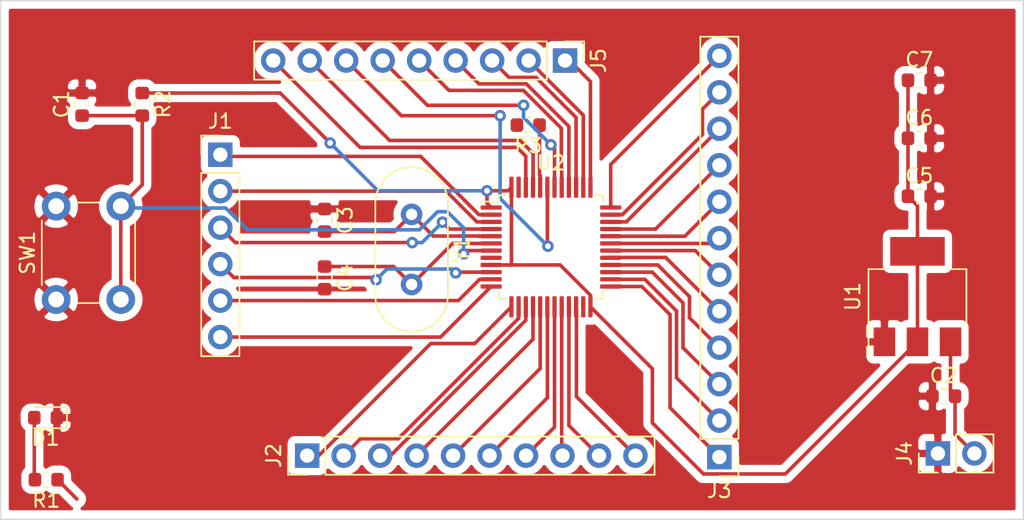
<source format=kicad_pcb>
(kicad_pcb (version 20171130) (host pcbnew 5.1.6)

  (general
    (thickness 1.6)
    (drawings 4)
    (tracks 202)
    (zones 0)
    (modules 20)
    (nets 46)
  )

  (page A4)
  (layers
    (0 F.Cu signal)
    (31 B.Cu signal)
    (32 B.Adhes user)
    (33 F.Adhes user)
    (34 B.Paste user)
    (35 F.Paste user)
    (36 B.SilkS user)
    (37 F.SilkS user)
    (38 B.Mask user)
    (39 F.Mask user)
    (40 Dwgs.User user)
    (41 Cmts.User user)
    (42 Eco1.User user)
    (43 Eco2.User user)
    (44 Edge.Cuts user)
    (45 Margin user)
    (46 B.CrtYd user)
    (47 F.CrtYd user)
    (48 B.Fab user)
    (49 F.Fab user)
  )

  (setup
    (last_trace_width 0.25)
    (trace_clearance 0.2)
    (zone_clearance 0.508)
    (zone_45_only no)
    (trace_min 0.2)
    (via_size 0.8)
    (via_drill 0.4)
    (via_min_size 0.4)
    (via_min_drill 0.3)
    (uvia_size 0.3)
    (uvia_drill 0.1)
    (uvias_allowed no)
    (uvia_min_size 0.2)
    (uvia_min_drill 0.1)
    (edge_width 0.05)
    (segment_width 0.2)
    (pcb_text_width 0.3)
    (pcb_text_size 1.5 1.5)
    (mod_edge_width 0.12)
    (mod_text_size 1 1)
    (mod_text_width 0.15)
    (pad_size 1.524 1.524)
    (pad_drill 0.762)
    (pad_to_mask_clearance 0.05)
    (aux_axis_origin 0 0)
    (visible_elements FFFFFF7F)
    (pcbplotparams
      (layerselection 0x010fc_ffffffff)
      (usegerberextensions false)
      (usegerberattributes true)
      (usegerberadvancedattributes true)
      (creategerberjobfile true)
      (excludeedgelayer true)
      (linewidth 0.100000)
      (plotframeref false)
      (viasonmask false)
      (mode 1)
      (useauxorigin false)
      (hpglpennumber 1)
      (hpglpenspeed 20)
      (hpglpendiameter 15.000000)
      (psnegative false)
      (psa4output false)
      (plotreference true)
      (plotvalue true)
      (plotinvisibletext false)
      (padsonsilk false)
      (subtractmaskfromsilk false)
      (outputformat 1)
      (mirror false)
      (drillshape 1)
      (scaleselection 1)
      (outputdirectory ""))
  )

  (net 0 "")
  (net 1 /NRST)
  (net 2 GND)
  (net 3 +5V)
  (net 4 /OSC_IN)
  (net 5 /OSC_OUT)
  (net 6 +3V3)
  (net 7 "Net-(D1-Pad2)")
  (net 8 /BTN01)
  (net 9 /BTN02)
  (net 10 /BTN03)
  (net 11 /BTN04)
  (net 12 /BTN08)
  (net 13 /BTN07)
  (net 14 /BTN06)
  (net 15 /BTN05)
  (net 16 /BTN09)
  (net 17 /BTN10)
  (net 18 /BTN12)
  (net 19 /BTN11)
  (net 20 /BTN13)
  (net 21 /BTN14)
  (net 22 /X0_ADC_IN0)
  (net 23 /Y0_ADC_IN1)
  (net 24 /BTN15)
  (net 25 /BTN16)
  (net 26 /Y1_ADC_IN3)
  (net 27 /X1_ADC_IN2)
  (net 28 /GPIO0)
  (net 29 /GPIO1)
  (net 30 /GPIO2)
  (net 31 /GPIO3)
  (net 32 /SPI_NSS)
  (net 33 /SPI_SCK)
  (net 34 /SPI_MISO)
  (net 35 /SPI_MOSI)
  (net 36 /SWDIO)
  (net 37 /SWCLK)
  (net 38 "Net-(R3-Pad1)")
  (net 39 /PC13)
  (net 40 /PC14)
  (net 41 /PC15)
  (net 42 /PA9)
  (net 43 /PA10)
  (net 44 /PF6)
  (net 45 /PF7)

  (net_class Default "This is the default net class."
    (clearance 0.2)
    (trace_width 0.25)
    (via_dia 0.8)
    (via_drill 0.4)
    (uvia_dia 0.3)
    (uvia_drill 0.1)
    (add_net +3V3)
    (add_net +5V)
    (add_net /BTN01)
    (add_net /BTN02)
    (add_net /BTN03)
    (add_net /BTN04)
    (add_net /BTN05)
    (add_net /BTN06)
    (add_net /BTN07)
    (add_net /BTN08)
    (add_net /BTN09)
    (add_net /BTN10)
    (add_net /BTN11)
    (add_net /BTN12)
    (add_net /BTN13)
    (add_net /BTN14)
    (add_net /BTN15)
    (add_net /BTN16)
    (add_net /GPIO0)
    (add_net /GPIO1)
    (add_net /GPIO2)
    (add_net /GPIO3)
    (add_net /NRST)
    (add_net /OSC_IN)
    (add_net /OSC_OUT)
    (add_net /PA10)
    (add_net /PA9)
    (add_net /PC13)
    (add_net /PC14)
    (add_net /PC15)
    (add_net /PF6)
    (add_net /PF7)
    (add_net /SPI_MISO)
    (add_net /SPI_MOSI)
    (add_net /SPI_NSS)
    (add_net /SPI_SCK)
    (add_net /SWCLK)
    (add_net /SWDIO)
    (add_net /X0_ADC_IN0)
    (add_net /X1_ADC_IN2)
    (add_net /Y0_ADC_IN1)
    (add_net /Y1_ADC_IN3)
    (add_net GND)
    (add_net "Net-(D1-Pad2)")
    (add_net "Net-(R3-Pad1)")
  )

  (module LED_SMD:LED_0603_1608Metric (layer F.Cu) (tedit 5B301BBE) (tstamp 5EF92CF4)
    (at 130.7592 87.6046 180)
    (descr "LED SMD 0603 (1608 Metric), square (rectangular) end terminal, IPC_7351 nominal, (Body size source: http://www.tortai-tech.com/upload/download/2011102023233369053.pdf), generated with kicad-footprint-generator")
    (tags diode)
    (path /5EF13315)
    (attr smd)
    (fp_text reference D1 (at 0 -1.43) (layer F.SilkS)
      (effects (font (size 1 1) (thickness 0.15)))
    )
    (fp_text value LED (at 0 1.43) (layer F.Fab)
      (effects (font (size 1 1) (thickness 0.15)))
    )
    (fp_line (start 1.48 0.73) (end -1.48 0.73) (layer F.CrtYd) (width 0.05))
    (fp_line (start 1.48 -0.73) (end 1.48 0.73) (layer F.CrtYd) (width 0.05))
    (fp_line (start -1.48 -0.73) (end 1.48 -0.73) (layer F.CrtYd) (width 0.05))
    (fp_line (start -1.48 0.73) (end -1.48 -0.73) (layer F.CrtYd) (width 0.05))
    (fp_line (start -1.485 0.735) (end 0.8 0.735) (layer F.SilkS) (width 0.12))
    (fp_line (start -1.485 -0.735) (end -1.485 0.735) (layer F.SilkS) (width 0.12))
    (fp_line (start 0.8 -0.735) (end -1.485 -0.735) (layer F.SilkS) (width 0.12))
    (fp_line (start 0.8 0.4) (end 0.8 -0.4) (layer F.Fab) (width 0.1))
    (fp_line (start -0.8 0.4) (end 0.8 0.4) (layer F.Fab) (width 0.1))
    (fp_line (start -0.8 -0.1) (end -0.8 0.4) (layer F.Fab) (width 0.1))
    (fp_line (start -0.5 -0.4) (end -0.8 -0.1) (layer F.Fab) (width 0.1))
    (fp_line (start 0.8 -0.4) (end -0.5 -0.4) (layer F.Fab) (width 0.1))
    (fp_text user %R (at 0 0) (layer F.Fab)
      (effects (font (size 0.4 0.4) (thickness 0.06)))
    )
    (pad 1 smd roundrect (at -0.7875 0 180) (size 0.875 0.95) (layers F.Cu F.Paste F.Mask) (roundrect_rratio 0.25)
      (net 2 GND))
    (pad 2 smd roundrect (at 0.7875 0 180) (size 0.875 0.95) (layers F.Cu F.Paste F.Mask) (roundrect_rratio 0.25)
      (net 7 "Net-(D1-Pad2)"))
    (model ${KISYS3DMOD}/LED_SMD.3dshapes/LED_0603_1608Metric.wrl
      (at (xyz 0 0 0))
      (scale (xyz 1 1 1))
      (rotate (xyz 0 0 0))
    )
  )

  (module Capacitor_SMD:C_0603_1608Metric (layer F.Cu) (tedit 5B301BBE) (tstamp 5EF51EF8)
    (at 133.2994 65.786 90)
    (descr "Capacitor SMD 0603 (1608 Metric), square (rectangular) end terminal, IPC_7351 nominal, (Body size source: http://www.tortai-tech.com/upload/download/2011102023233369053.pdf), generated with kicad-footprint-generator")
    (tags capacitor)
    (path /5EF0924E)
    (attr smd)
    (fp_text reference C1 (at 0 -1.43 90) (layer F.SilkS)
      (effects (font (size 1 1) (thickness 0.15)))
    )
    (fp_text value 100n (at 0 1.43 90) (layer F.Fab)
      (effects (font (size 1 1) (thickness 0.15)))
    )
    (fp_line (start 1.48 0.73) (end -1.48 0.73) (layer F.CrtYd) (width 0.05))
    (fp_line (start 1.48 -0.73) (end 1.48 0.73) (layer F.CrtYd) (width 0.05))
    (fp_line (start -1.48 -0.73) (end 1.48 -0.73) (layer F.CrtYd) (width 0.05))
    (fp_line (start -1.48 0.73) (end -1.48 -0.73) (layer F.CrtYd) (width 0.05))
    (fp_line (start -0.162779 0.51) (end 0.162779 0.51) (layer F.SilkS) (width 0.12))
    (fp_line (start -0.162779 -0.51) (end 0.162779 -0.51) (layer F.SilkS) (width 0.12))
    (fp_line (start 0.8 0.4) (end -0.8 0.4) (layer F.Fab) (width 0.1))
    (fp_line (start 0.8 -0.4) (end 0.8 0.4) (layer F.Fab) (width 0.1))
    (fp_line (start -0.8 -0.4) (end 0.8 -0.4) (layer F.Fab) (width 0.1))
    (fp_line (start -0.8 0.4) (end -0.8 -0.4) (layer F.Fab) (width 0.1))
    (fp_text user %R (at 0 0 90) (layer F.Fab)
      (effects (font (size 0.4 0.4) (thickness 0.06)))
    )
    (pad 1 smd roundrect (at -0.7875 0 90) (size 0.875 0.95) (layers F.Cu F.Paste F.Mask) (roundrect_rratio 0.25)
      (net 1 /NRST))
    (pad 2 smd roundrect (at 0.7875 0 90) (size 0.875 0.95) (layers F.Cu F.Paste F.Mask) (roundrect_rratio 0.25)
      (net 2 GND))
    (model ${KISYS3DMOD}/Capacitor_SMD.3dshapes/C_0603_1608Metric.wrl
      (at (xyz 0 0 0))
      (scale (xyz 1 1 1))
      (rotate (xyz 0 0 0))
    )
  )

  (module Capacitor_SMD:C_0603_1608Metric (layer F.Cu) (tedit 5B301BBE) (tstamp 5EF942F3)
    (at 193.294 86.1062)
    (descr "Capacitor SMD 0603 (1608 Metric), square (rectangular) end terminal, IPC_7351 nominal, (Body size source: http://www.tortai-tech.com/upload/download/2011102023233369053.pdf), generated with kicad-footprint-generator")
    (tags capacitor)
    (path /5EF30EB5)
    (attr smd)
    (fp_text reference C2 (at 0 -1.43) (layer F.SilkS)
      (effects (font (size 1 1) (thickness 0.15)))
    )
    (fp_text value 100n (at 0 1.43) (layer F.Fab)
      (effects (font (size 1 1) (thickness 0.15)))
    )
    (fp_line (start 1.48 0.73) (end -1.48 0.73) (layer F.CrtYd) (width 0.05))
    (fp_line (start 1.48 -0.73) (end 1.48 0.73) (layer F.CrtYd) (width 0.05))
    (fp_line (start -1.48 -0.73) (end 1.48 -0.73) (layer F.CrtYd) (width 0.05))
    (fp_line (start -1.48 0.73) (end -1.48 -0.73) (layer F.CrtYd) (width 0.05))
    (fp_line (start -0.162779 0.51) (end 0.162779 0.51) (layer F.SilkS) (width 0.12))
    (fp_line (start -0.162779 -0.51) (end 0.162779 -0.51) (layer F.SilkS) (width 0.12))
    (fp_line (start 0.8 0.4) (end -0.8 0.4) (layer F.Fab) (width 0.1))
    (fp_line (start 0.8 -0.4) (end 0.8 0.4) (layer F.Fab) (width 0.1))
    (fp_line (start -0.8 -0.4) (end 0.8 -0.4) (layer F.Fab) (width 0.1))
    (fp_line (start -0.8 0.4) (end -0.8 -0.4) (layer F.Fab) (width 0.1))
    (fp_text user %R (at 0 0) (layer F.Fab)
      (effects (font (size 0.4 0.4) (thickness 0.06)))
    )
    (pad 1 smd roundrect (at -0.7875 0) (size 0.875 0.95) (layers F.Cu F.Paste F.Mask) (roundrect_rratio 0.25)
      (net 2 GND))
    (pad 2 smd roundrect (at 0.7875 0) (size 0.875 0.95) (layers F.Cu F.Paste F.Mask) (roundrect_rratio 0.25)
      (net 3 +5V))
    (model ${KISYS3DMOD}/Capacitor_SMD.3dshapes/C_0603_1608Metric.wrl
      (at (xyz 0 0 0))
      (scale (xyz 1 1 1))
      (rotate (xyz 0 0 0))
    )
  )

  (module Capacitor_SMD:C_0603_1608Metric (layer F.Cu) (tedit 5B301BBE) (tstamp 5EF51F1A)
    (at 150.185 73.8582 270)
    (descr "Capacitor SMD 0603 (1608 Metric), square (rectangular) end terminal, IPC_7351 nominal, (Body size source: http://www.tortai-tech.com/upload/download/2011102023233369053.pdf), generated with kicad-footprint-generator")
    (tags capacitor)
    (path /5F132FE4)
    (attr smd)
    (fp_text reference C3 (at 0 -1.43 90) (layer F.SilkS)
      (effects (font (size 1 1) (thickness 0.15)))
    )
    (fp_text value 20p (at 0 1.43 90) (layer F.Fab)
      (effects (font (size 1 1) (thickness 0.15)))
    )
    (fp_line (start 1.48 0.73) (end -1.48 0.73) (layer F.CrtYd) (width 0.05))
    (fp_line (start 1.48 -0.73) (end 1.48 0.73) (layer F.CrtYd) (width 0.05))
    (fp_line (start -1.48 -0.73) (end 1.48 -0.73) (layer F.CrtYd) (width 0.05))
    (fp_line (start -1.48 0.73) (end -1.48 -0.73) (layer F.CrtYd) (width 0.05))
    (fp_line (start -0.162779 0.51) (end 0.162779 0.51) (layer F.SilkS) (width 0.12))
    (fp_line (start -0.162779 -0.51) (end 0.162779 -0.51) (layer F.SilkS) (width 0.12))
    (fp_line (start 0.8 0.4) (end -0.8 0.4) (layer F.Fab) (width 0.1))
    (fp_line (start 0.8 -0.4) (end 0.8 0.4) (layer F.Fab) (width 0.1))
    (fp_line (start -0.8 -0.4) (end 0.8 -0.4) (layer F.Fab) (width 0.1))
    (fp_line (start -0.8 0.4) (end -0.8 -0.4) (layer F.Fab) (width 0.1))
    (fp_text user %R (at 0 0 90) (layer F.Fab)
      (effects (font (size 0.4 0.4) (thickness 0.06)))
    )
    (pad 1 smd roundrect (at -0.7875 0 270) (size 0.875 0.95) (layers F.Cu F.Paste F.Mask) (roundrect_rratio 0.25)
      (net 2 GND))
    (pad 2 smd roundrect (at 0.7875 0 270) (size 0.875 0.95) (layers F.Cu F.Paste F.Mask) (roundrect_rratio 0.25)
      (net 4 /OSC_IN))
    (model ${KISYS3DMOD}/Capacitor_SMD.3dshapes/C_0603_1608Metric.wrl
      (at (xyz 0 0 0))
      (scale (xyz 1 1 1))
      (rotate (xyz 0 0 0))
    )
  )

  (module Capacitor_SMD:C_0603_1608Metric (layer F.Cu) (tedit 5B301BBE) (tstamp 5EF51F2B)
    (at 150.185 77.8682 270)
    (descr "Capacitor SMD 0603 (1608 Metric), square (rectangular) end terminal, IPC_7351 nominal, (Body size source: http://www.tortai-tech.com/upload/download/2011102023233369053.pdf), generated with kicad-footprint-generator")
    (tags capacitor)
    (path /5F14257F)
    (attr smd)
    (fp_text reference C4 (at 0 -1.43 90) (layer F.SilkS)
      (effects (font (size 1 1) (thickness 0.15)))
    )
    (fp_text value 20p (at 0 1.43 90) (layer F.Fab)
      (effects (font (size 1 1) (thickness 0.15)))
    )
    (fp_line (start -0.8 0.4) (end -0.8 -0.4) (layer F.Fab) (width 0.1))
    (fp_line (start -0.8 -0.4) (end 0.8 -0.4) (layer F.Fab) (width 0.1))
    (fp_line (start 0.8 -0.4) (end 0.8 0.4) (layer F.Fab) (width 0.1))
    (fp_line (start 0.8 0.4) (end -0.8 0.4) (layer F.Fab) (width 0.1))
    (fp_line (start -0.162779 -0.51) (end 0.162779 -0.51) (layer F.SilkS) (width 0.12))
    (fp_line (start -0.162779 0.51) (end 0.162779 0.51) (layer F.SilkS) (width 0.12))
    (fp_line (start -1.48 0.73) (end -1.48 -0.73) (layer F.CrtYd) (width 0.05))
    (fp_line (start -1.48 -0.73) (end 1.48 -0.73) (layer F.CrtYd) (width 0.05))
    (fp_line (start 1.48 -0.73) (end 1.48 0.73) (layer F.CrtYd) (width 0.05))
    (fp_line (start 1.48 0.73) (end -1.48 0.73) (layer F.CrtYd) (width 0.05))
    (fp_text user %R (at 0 0 90) (layer F.Fab)
      (effects (font (size 0.4 0.4) (thickness 0.06)))
    )
    (pad 2 smd roundrect (at 0.7875 0 270) (size 0.875 0.95) (layers F.Cu F.Paste F.Mask) (roundrect_rratio 0.25)
      (net 2 GND))
    (pad 1 smd roundrect (at -0.7875 0 270) (size 0.875 0.95) (layers F.Cu F.Paste F.Mask) (roundrect_rratio 0.25)
      (net 5 /OSC_OUT))
    (model ${KISYS3DMOD}/Capacitor_SMD.3dshapes/C_0603_1608Metric.wrl
      (at (xyz 0 0 0))
      (scale (xyz 1 1 1))
      (rotate (xyz 0 0 0))
    )
  )

  (module Capacitor_SMD:C_0603_1608Metric (layer F.Cu) (tedit 5B301BBE) (tstamp 5EF94323)
    (at 191.5922 72.1872)
    (descr "Capacitor SMD 0603 (1608 Metric), square (rectangular) end terminal, IPC_7351 nominal, (Body size source: http://www.tortai-tech.com/upload/download/2011102023233369053.pdf), generated with kicad-footprint-generator")
    (tags capacitor)
    (path /5EF54081)
    (attr smd)
    (fp_text reference C5 (at 0 -1.43) (layer F.SilkS)
      (effects (font (size 1 1) (thickness 0.15)))
    )
    (fp_text value 10u (at 0 1.43) (layer F.Fab)
      (effects (font (size 1 1) (thickness 0.15)))
    )
    (fp_line (start -0.8 0.4) (end -0.8 -0.4) (layer F.Fab) (width 0.1))
    (fp_line (start -0.8 -0.4) (end 0.8 -0.4) (layer F.Fab) (width 0.1))
    (fp_line (start 0.8 -0.4) (end 0.8 0.4) (layer F.Fab) (width 0.1))
    (fp_line (start 0.8 0.4) (end -0.8 0.4) (layer F.Fab) (width 0.1))
    (fp_line (start -0.162779 -0.51) (end 0.162779 -0.51) (layer F.SilkS) (width 0.12))
    (fp_line (start -0.162779 0.51) (end 0.162779 0.51) (layer F.SilkS) (width 0.12))
    (fp_line (start -1.48 0.73) (end -1.48 -0.73) (layer F.CrtYd) (width 0.05))
    (fp_line (start -1.48 -0.73) (end 1.48 -0.73) (layer F.CrtYd) (width 0.05))
    (fp_line (start 1.48 -0.73) (end 1.48 0.73) (layer F.CrtYd) (width 0.05))
    (fp_line (start 1.48 0.73) (end -1.48 0.73) (layer F.CrtYd) (width 0.05))
    (fp_text user %R (at 0 0) (layer F.Fab)
      (effects (font (size 0.4 0.4) (thickness 0.06)))
    )
    (pad 2 smd roundrect (at 0.7875 0) (size 0.875 0.95) (layers F.Cu F.Paste F.Mask) (roundrect_rratio 0.25)
      (net 2 GND))
    (pad 1 smd roundrect (at -0.7875 0) (size 0.875 0.95) (layers F.Cu F.Paste F.Mask) (roundrect_rratio 0.25)
      (net 6 +3V3))
    (model ${KISYS3DMOD}/Capacitor_SMD.3dshapes/C_0603_1608Metric.wrl
      (at (xyz 0 0 0))
      (scale (xyz 1 1 1))
      (rotate (xyz 0 0 0))
    )
  )

  (module Capacitor_SMD:C_0603_1608Metric (layer F.Cu) (tedit 5B301BBE) (tstamp 5EF94353)
    (at 191.5922 68.1482)
    (descr "Capacitor SMD 0603 (1608 Metric), square (rectangular) end terminal, IPC_7351 nominal, (Body size source: http://www.tortai-tech.com/upload/download/2011102023233369053.pdf), generated with kicad-footprint-generator")
    (tags capacitor)
    (path /5EEF19B3)
    (attr smd)
    (fp_text reference C6 (at 0 -1.43) (layer F.SilkS)
      (effects (font (size 1 1) (thickness 0.15)))
    )
    (fp_text value 100n (at 0 1.43) (layer F.Fab)
      (effects (font (size 1 1) (thickness 0.15)))
    )
    (fp_line (start 1.48 0.73) (end -1.48 0.73) (layer F.CrtYd) (width 0.05))
    (fp_line (start 1.48 -0.73) (end 1.48 0.73) (layer F.CrtYd) (width 0.05))
    (fp_line (start -1.48 -0.73) (end 1.48 -0.73) (layer F.CrtYd) (width 0.05))
    (fp_line (start -1.48 0.73) (end -1.48 -0.73) (layer F.CrtYd) (width 0.05))
    (fp_line (start -0.162779 0.51) (end 0.162779 0.51) (layer F.SilkS) (width 0.12))
    (fp_line (start -0.162779 -0.51) (end 0.162779 -0.51) (layer F.SilkS) (width 0.12))
    (fp_line (start 0.8 0.4) (end -0.8 0.4) (layer F.Fab) (width 0.1))
    (fp_line (start 0.8 -0.4) (end 0.8 0.4) (layer F.Fab) (width 0.1))
    (fp_line (start -0.8 -0.4) (end 0.8 -0.4) (layer F.Fab) (width 0.1))
    (fp_line (start -0.8 0.4) (end -0.8 -0.4) (layer F.Fab) (width 0.1))
    (fp_text user %R (at 0 0) (layer F.Fab)
      (effects (font (size 0.4 0.4) (thickness 0.06)))
    )
    (pad 1 smd roundrect (at -0.7875 0) (size 0.875 0.95) (layers F.Cu F.Paste F.Mask) (roundrect_rratio 0.25)
      (net 6 +3V3))
    (pad 2 smd roundrect (at 0.7875 0) (size 0.875 0.95) (layers F.Cu F.Paste F.Mask) (roundrect_rratio 0.25)
      (net 2 GND))
    (model ${KISYS3DMOD}/Capacitor_SMD.3dshapes/C_0603_1608Metric.wrl
      (at (xyz 0 0 0))
      (scale (xyz 1 1 1))
      (rotate (xyz 0 0 0))
    )
  )

  (module Capacitor_SMD:C_0603_1608Metric (layer F.Cu) (tedit 5B301BBE) (tstamp 5EF94284)
    (at 191.5922 64.1092)
    (descr "Capacitor SMD 0603 (1608 Metric), square (rectangular) end terminal, IPC_7351 nominal, (Body size source: http://www.tortai-tech.com/upload/download/2011102023233369053.pdf), generated with kicad-footprint-generator")
    (tags capacitor)
    (path /5EEF1DEA)
    (attr smd)
    (fp_text reference C7 (at 0 -1.43) (layer F.SilkS)
      (effects (font (size 1 1) (thickness 0.15)))
    )
    (fp_text value 100n (at 0 1.43) (layer F.Fab)
      (effects (font (size 1 1) (thickness 0.15)))
    )
    (fp_line (start -0.8 0.4) (end -0.8 -0.4) (layer F.Fab) (width 0.1))
    (fp_line (start -0.8 -0.4) (end 0.8 -0.4) (layer F.Fab) (width 0.1))
    (fp_line (start 0.8 -0.4) (end 0.8 0.4) (layer F.Fab) (width 0.1))
    (fp_line (start 0.8 0.4) (end -0.8 0.4) (layer F.Fab) (width 0.1))
    (fp_line (start -0.162779 -0.51) (end 0.162779 -0.51) (layer F.SilkS) (width 0.12))
    (fp_line (start -0.162779 0.51) (end 0.162779 0.51) (layer F.SilkS) (width 0.12))
    (fp_line (start -1.48 0.73) (end -1.48 -0.73) (layer F.CrtYd) (width 0.05))
    (fp_line (start -1.48 -0.73) (end 1.48 -0.73) (layer F.CrtYd) (width 0.05))
    (fp_line (start 1.48 -0.73) (end 1.48 0.73) (layer F.CrtYd) (width 0.05))
    (fp_line (start 1.48 0.73) (end -1.48 0.73) (layer F.CrtYd) (width 0.05))
    (fp_text user %R (at 0 0) (layer F.Fab)
      (effects (font (size 0.4 0.4) (thickness 0.06)))
    )
    (pad 2 smd roundrect (at 0.7875 0) (size 0.875 0.95) (layers F.Cu F.Paste F.Mask) (roundrect_rratio 0.25)
      (net 2 GND))
    (pad 1 smd roundrect (at -0.7875 0) (size 0.875 0.95) (layers F.Cu F.Paste F.Mask) (roundrect_rratio 0.25)
      (net 6 +3V3))
    (model ${KISYS3DMOD}/Capacitor_SMD.3dshapes/C_0603_1608Metric.wrl
      (at (xyz 0 0 0))
      (scale (xyz 1 1 1))
      (rotate (xyz 0 0 0))
    )
  )

  (module Connector_PinHeader_2.54mm:PinHeader_1x02_P2.54mm_Vertical (layer F.Cu) (tedit 59FED5CC) (tstamp 5EF9424A)
    (at 192.8876 90.0942 90)
    (descr "Through hole straight pin header, 1x02, 2.54mm pitch, single row")
    (tags "Through hole pin header THT 1x02 2.54mm single row")
    (path /5EFB3164)
    (fp_text reference J4 (at 0 -2.33 90) (layer F.SilkS)
      (effects (font (size 1 1) (thickness 0.15)))
    )
    (fp_text value PWR (at 0 4.87 90) (layer F.Fab)
      (effects (font (size 1 1) (thickness 0.15)))
    )
    (fp_line (start 1.8 -1.8) (end -1.8 -1.8) (layer F.CrtYd) (width 0.05))
    (fp_line (start 1.8 4.35) (end 1.8 -1.8) (layer F.CrtYd) (width 0.05))
    (fp_line (start -1.8 4.35) (end 1.8 4.35) (layer F.CrtYd) (width 0.05))
    (fp_line (start -1.8 -1.8) (end -1.8 4.35) (layer F.CrtYd) (width 0.05))
    (fp_line (start -1.33 -1.33) (end 0 -1.33) (layer F.SilkS) (width 0.12))
    (fp_line (start -1.33 0) (end -1.33 -1.33) (layer F.SilkS) (width 0.12))
    (fp_line (start -1.33 1.27) (end 1.33 1.27) (layer F.SilkS) (width 0.12))
    (fp_line (start 1.33 1.27) (end 1.33 3.87) (layer F.SilkS) (width 0.12))
    (fp_line (start -1.33 1.27) (end -1.33 3.87) (layer F.SilkS) (width 0.12))
    (fp_line (start -1.33 3.87) (end 1.33 3.87) (layer F.SilkS) (width 0.12))
    (fp_line (start -1.27 -0.635) (end -0.635 -1.27) (layer F.Fab) (width 0.1))
    (fp_line (start -1.27 3.81) (end -1.27 -0.635) (layer F.Fab) (width 0.1))
    (fp_line (start 1.27 3.81) (end -1.27 3.81) (layer F.Fab) (width 0.1))
    (fp_line (start 1.27 -1.27) (end 1.27 3.81) (layer F.Fab) (width 0.1))
    (fp_line (start -0.635 -1.27) (end 1.27 -1.27) (layer F.Fab) (width 0.1))
    (fp_text user %R (at 0 1.27) (layer F.Fab)
      (effects (font (size 1 1) (thickness 0.15)))
    )
    (pad 1 thru_hole rect (at 0 0 90) (size 1.7 1.7) (drill 1) (layers *.Cu *.Mask)
      (net 2 GND))
    (pad 2 thru_hole oval (at 0 2.54 90) (size 1.7 1.7) (drill 1) (layers *.Cu *.Mask)
      (net 3 +5V))
    (model ${KISYS3DMOD}/Connector_PinHeader_2.54mm.3dshapes/PinHeader_1x02_P2.54mm_Vertical.wrl
      (at (xyz 0 0 0))
      (scale (xyz 1 1 1))
      (rotate (xyz 0 0 0))
    )
  )

  (module Resistor_SMD:R_0603_1608Metric (layer F.Cu) (tedit 5B301BBD) (tstamp 5EF92D28)
    (at 130.8042 91.9226 180)
    (descr "Resistor SMD 0603 (1608 Metric), square (rectangular) end terminal, IPC_7351 nominal, (Body size source: http://www.tortai-tech.com/upload/download/2011102023233369053.pdf), generated with kicad-footprint-generator")
    (tags resistor)
    (path /5EF15D10)
    (attr smd)
    (fp_text reference R1 (at 0 -1.43) (layer F.SilkS)
      (effects (font (size 1 1) (thickness 0.15)))
    )
    (fp_text value 690R (at 0 1.43) (layer F.Fab)
      (effects (font (size 1 1) (thickness 0.15)))
    )
    (fp_line (start 1.48 0.73) (end -1.48 0.73) (layer F.CrtYd) (width 0.05))
    (fp_line (start 1.48 -0.73) (end 1.48 0.73) (layer F.CrtYd) (width 0.05))
    (fp_line (start -1.48 -0.73) (end 1.48 -0.73) (layer F.CrtYd) (width 0.05))
    (fp_line (start -1.48 0.73) (end -1.48 -0.73) (layer F.CrtYd) (width 0.05))
    (fp_line (start -0.162779 0.51) (end 0.162779 0.51) (layer F.SilkS) (width 0.12))
    (fp_line (start -0.162779 -0.51) (end 0.162779 -0.51) (layer F.SilkS) (width 0.12))
    (fp_line (start 0.8 0.4) (end -0.8 0.4) (layer F.Fab) (width 0.1))
    (fp_line (start 0.8 -0.4) (end 0.8 0.4) (layer F.Fab) (width 0.1))
    (fp_line (start -0.8 -0.4) (end 0.8 -0.4) (layer F.Fab) (width 0.1))
    (fp_line (start -0.8 0.4) (end -0.8 -0.4) (layer F.Fab) (width 0.1))
    (fp_text user %R (at 0 0) (layer F.Fab)
      (effects (font (size 0.4 0.4) (thickness 0.06)))
    )
    (pad 1 smd roundrect (at -0.7875 0 180) (size 0.875 0.95) (layers F.Cu F.Paste F.Mask) (roundrect_rratio 0.25)
      (net 6 +3V3))
    (pad 2 smd roundrect (at 0.7875 0 180) (size 0.875 0.95) (layers F.Cu F.Paste F.Mask) (roundrect_rratio 0.25)
      (net 7 "Net-(D1-Pad2)"))
    (model ${KISYS3DMOD}/Resistor_SMD.3dshapes/R_0603_1608Metric.wrl
      (at (xyz 0 0 0))
      (scale (xyz 1 1 1))
      (rotate (xyz 0 0 0))
    )
  )

  (module Resistor_SMD:R_0603_1608Metric (layer F.Cu) (tedit 5B301BBD) (tstamp 5EF5209F)
    (at 137.4904 65.786 270)
    (descr "Resistor SMD 0603 (1608 Metric), square (rectangular) end terminal, IPC_7351 nominal, (Body size source: http://www.tortai-tech.com/upload/download/2011102023233369053.pdf), generated with kicad-footprint-generator")
    (tags resistor)
    (path /5F2B40A5)
    (attr smd)
    (fp_text reference R2 (at 0 -1.43 90) (layer F.SilkS)
      (effects (font (size 1 1) (thickness 0.15)))
    )
    (fp_text value 10k (at 0 1.43 90) (layer F.Fab)
      (effects (font (size 1 1) (thickness 0.15)))
    )
    (fp_line (start 1.48 0.73) (end -1.48 0.73) (layer F.CrtYd) (width 0.05))
    (fp_line (start 1.48 -0.73) (end 1.48 0.73) (layer F.CrtYd) (width 0.05))
    (fp_line (start -1.48 -0.73) (end 1.48 -0.73) (layer F.CrtYd) (width 0.05))
    (fp_line (start -1.48 0.73) (end -1.48 -0.73) (layer F.CrtYd) (width 0.05))
    (fp_line (start -0.162779 0.51) (end 0.162779 0.51) (layer F.SilkS) (width 0.12))
    (fp_line (start -0.162779 -0.51) (end 0.162779 -0.51) (layer F.SilkS) (width 0.12))
    (fp_line (start 0.8 0.4) (end -0.8 0.4) (layer F.Fab) (width 0.1))
    (fp_line (start 0.8 -0.4) (end 0.8 0.4) (layer F.Fab) (width 0.1))
    (fp_line (start -0.8 -0.4) (end 0.8 -0.4) (layer F.Fab) (width 0.1))
    (fp_line (start -0.8 0.4) (end -0.8 -0.4) (layer F.Fab) (width 0.1))
    (fp_text user %R (at 0 0 90) (layer F.Fab)
      (effects (font (size 0.4 0.4) (thickness 0.06)))
    )
    (pad 1 smd roundrect (at -0.7875 0 270) (size 0.875 0.95) (layers F.Cu F.Paste F.Mask) (roundrect_rratio 0.25)
      (net 6 +3V3))
    (pad 2 smd roundrect (at 0.7875 0 270) (size 0.875 0.95) (layers F.Cu F.Paste F.Mask) (roundrect_rratio 0.25)
      (net 1 /NRST))
    (model ${KISYS3DMOD}/Resistor_SMD.3dshapes/R_0603_1608Metric.wrl
      (at (xyz 0 0 0))
      (scale (xyz 1 1 1))
      (rotate (xyz 0 0 0))
    )
  )

  (module Resistor_SMD:R_0603_1608Metric (layer F.Cu) (tedit 5B301BBD) (tstamp 5EF66678)
    (at 164.3634 67.2338 180)
    (descr "Resistor SMD 0603 (1608 Metric), square (rectangular) end terminal, IPC_7351 nominal, (Body size source: http://www.tortai-tech.com/upload/download/2011102023233369053.pdf), generated with kicad-footprint-generator")
    (tags resistor)
    (path /5EF10111)
    (attr smd)
    (fp_text reference R3 (at 0 -1.43) (layer F.SilkS)
      (effects (font (size 1 1) (thickness 0.15)))
    )
    (fp_text value 10k (at 0 1.43) (layer F.Fab)
      (effects (font (size 1 1) (thickness 0.15)))
    )
    (fp_line (start -0.8 0.4) (end -0.8 -0.4) (layer F.Fab) (width 0.1))
    (fp_line (start -0.8 -0.4) (end 0.8 -0.4) (layer F.Fab) (width 0.1))
    (fp_line (start 0.8 -0.4) (end 0.8 0.4) (layer F.Fab) (width 0.1))
    (fp_line (start 0.8 0.4) (end -0.8 0.4) (layer F.Fab) (width 0.1))
    (fp_line (start -0.162779 -0.51) (end 0.162779 -0.51) (layer F.SilkS) (width 0.12))
    (fp_line (start -0.162779 0.51) (end 0.162779 0.51) (layer F.SilkS) (width 0.12))
    (fp_line (start -1.48 0.73) (end -1.48 -0.73) (layer F.CrtYd) (width 0.05))
    (fp_line (start -1.48 -0.73) (end 1.48 -0.73) (layer F.CrtYd) (width 0.05))
    (fp_line (start 1.48 -0.73) (end 1.48 0.73) (layer F.CrtYd) (width 0.05))
    (fp_line (start 1.48 0.73) (end -1.48 0.73) (layer F.CrtYd) (width 0.05))
    (fp_text user %R (at 0 0) (layer F.Fab)
      (effects (font (size 0.4 0.4) (thickness 0.06)))
    )
    (pad 2 smd roundrect (at 0.7875 0 180) (size 0.875 0.95) (layers F.Cu F.Paste F.Mask) (roundrect_rratio 0.25)
      (net 2 GND))
    (pad 1 smd roundrect (at -0.7875 0 180) (size 0.875 0.95) (layers F.Cu F.Paste F.Mask) (roundrect_rratio 0.25)
      (net 38 "Net-(R3-Pad1)"))
    (model ${KISYS3DMOD}/Resistor_SMD.3dshapes/R_0603_1608Metric.wrl
      (at (xyz 0 0 0))
      (scale (xyz 1 1 1))
      (rotate (xyz 0 0 0))
    )
  )

  (module Button_Switch_THT:SW_PUSH_6mm_H4.3mm (layer F.Cu) (tedit 5A02FE31) (tstamp 5EF520CF)
    (at 131.4954 79.375 90)
    (descr "tactile push button, 6x6mm e.g. PHAP33xx series, height=4.3mm")
    (tags "tact sw push 6mm")
    (path /5EF02335)
    (fp_text reference SW1 (at 3.25 -2 90) (layer F.SilkS)
      (effects (font (size 1 1) (thickness 0.15)))
    )
    (fp_text value RST (at 3.75 6.7 90) (layer F.Fab)
      (effects (font (size 1 1) (thickness 0.15)))
    )
    (fp_circle (center 3.25 2.25) (end 1.25 2.5) (layer F.Fab) (width 0.1))
    (fp_line (start 6.75 3) (end 6.75 1.5) (layer F.SilkS) (width 0.12))
    (fp_line (start 5.5 -1) (end 1 -1) (layer F.SilkS) (width 0.12))
    (fp_line (start -0.25 1.5) (end -0.25 3) (layer F.SilkS) (width 0.12))
    (fp_line (start 1 5.5) (end 5.5 5.5) (layer F.SilkS) (width 0.12))
    (fp_line (start 8 -1.25) (end 8 5.75) (layer F.CrtYd) (width 0.05))
    (fp_line (start 7.75 6) (end -1.25 6) (layer F.CrtYd) (width 0.05))
    (fp_line (start -1.5 5.75) (end -1.5 -1.25) (layer F.CrtYd) (width 0.05))
    (fp_line (start -1.25 -1.5) (end 7.75 -1.5) (layer F.CrtYd) (width 0.05))
    (fp_line (start -1.5 6) (end -1.25 6) (layer F.CrtYd) (width 0.05))
    (fp_line (start -1.5 5.75) (end -1.5 6) (layer F.CrtYd) (width 0.05))
    (fp_line (start -1.5 -1.5) (end -1.25 -1.5) (layer F.CrtYd) (width 0.05))
    (fp_line (start -1.5 -1.25) (end -1.5 -1.5) (layer F.CrtYd) (width 0.05))
    (fp_line (start 8 -1.5) (end 8 -1.25) (layer F.CrtYd) (width 0.05))
    (fp_line (start 7.75 -1.5) (end 8 -1.5) (layer F.CrtYd) (width 0.05))
    (fp_line (start 8 6) (end 8 5.75) (layer F.CrtYd) (width 0.05))
    (fp_line (start 7.75 6) (end 8 6) (layer F.CrtYd) (width 0.05))
    (fp_line (start 0.25 -0.75) (end 3.25 -0.75) (layer F.Fab) (width 0.1))
    (fp_line (start 0.25 5.25) (end 0.25 -0.75) (layer F.Fab) (width 0.1))
    (fp_line (start 6.25 5.25) (end 0.25 5.25) (layer F.Fab) (width 0.1))
    (fp_line (start 6.25 -0.75) (end 6.25 5.25) (layer F.Fab) (width 0.1))
    (fp_line (start 3.25 -0.75) (end 6.25 -0.75) (layer F.Fab) (width 0.1))
    (fp_text user %R (at 3.25 2.25 90) (layer F.Fab)
      (effects (font (size 1 1) (thickness 0.15)))
    )
    (pad 2 thru_hole circle (at 0 4.5 180) (size 2 2) (drill 1.1) (layers *.Cu *.Mask)
      (net 1 /NRST))
    (pad 1 thru_hole circle (at 0 0 180) (size 2 2) (drill 1.1) (layers *.Cu *.Mask)
      (net 2 GND))
    (pad 2 thru_hole circle (at 6.5 4.5 180) (size 2 2) (drill 1.1) (layers *.Cu *.Mask)
      (net 1 /NRST))
    (pad 1 thru_hole circle (at 6.5 0 180) (size 2 2) (drill 1.1) (layers *.Cu *.Mask)
      (net 2 GND))
    (model ${KISYS3DMOD}/Button_Switch_THT.3dshapes/SW_PUSH_6mm_H4.3mm.wrl
      (at (xyz 0 0 0))
      (scale (xyz 1 1 1))
      (rotate (xyz 0 0 0))
    )
  )

  (module Package_TO_SOT_SMD:SOT-223-3_TabPin2 (layer F.Cu) (tedit 5A02FF57) (tstamp 5EF942B9)
    (at 191.4652 79.1722 90)
    (descr "module CMS SOT223 4 pins")
    (tags "CMS SOT")
    (path /5EF1A342)
    (attr smd)
    (fp_text reference U1 (at 0 -4.5 90) (layer F.SilkS)
      (effects (font (size 1 1) (thickness 0.15)))
    )
    (fp_text value LD1117S33TR_SOT223 (at 0 4.5 90) (layer F.Fab)
      (effects (font (size 1 1) (thickness 0.15)))
    )
    (fp_line (start 1.85 -3.35) (end 1.85 3.35) (layer F.Fab) (width 0.1))
    (fp_line (start -1.85 3.35) (end 1.85 3.35) (layer F.Fab) (width 0.1))
    (fp_line (start -4.1 -3.41) (end 1.91 -3.41) (layer F.SilkS) (width 0.12))
    (fp_line (start -0.85 -3.35) (end 1.85 -3.35) (layer F.Fab) (width 0.1))
    (fp_line (start -1.85 3.41) (end 1.91 3.41) (layer F.SilkS) (width 0.12))
    (fp_line (start -1.85 -2.35) (end -1.85 3.35) (layer F.Fab) (width 0.1))
    (fp_line (start -1.85 -2.35) (end -0.85 -3.35) (layer F.Fab) (width 0.1))
    (fp_line (start -4.4 -3.6) (end -4.4 3.6) (layer F.CrtYd) (width 0.05))
    (fp_line (start -4.4 3.6) (end 4.4 3.6) (layer F.CrtYd) (width 0.05))
    (fp_line (start 4.4 3.6) (end 4.4 -3.6) (layer F.CrtYd) (width 0.05))
    (fp_line (start 4.4 -3.6) (end -4.4 -3.6) (layer F.CrtYd) (width 0.05))
    (fp_line (start 1.91 -3.41) (end 1.91 -2.15) (layer F.SilkS) (width 0.12))
    (fp_line (start 1.91 3.41) (end 1.91 2.15) (layer F.SilkS) (width 0.12))
    (fp_text user %R (at 0 0) (layer F.Fab)
      (effects (font (size 0.8 0.8) (thickness 0.12)))
    )
    (pad 2 smd rect (at 3.15 0 90) (size 2 3.8) (layers F.Cu F.Paste F.Mask)
      (net 6 +3V3))
    (pad 2 smd rect (at -3.15 0 90) (size 2 1.5) (layers F.Cu F.Paste F.Mask)
      (net 6 +3V3))
    (pad 3 smd rect (at -3.15 2.3 90) (size 2 1.5) (layers F.Cu F.Paste F.Mask)
      (net 3 +5V))
    (pad 1 smd rect (at -3.15 -2.3 90) (size 2 1.5) (layers F.Cu F.Paste F.Mask)
      (net 2 GND))
    (model ${KISYS3DMOD}/Package_TO_SOT_SMD.3dshapes/SOT-223.wrl
      (at (xyz 0 0 0))
      (scale (xyz 1 1 1))
      (rotate (xyz 0 0 0))
    )
  )

  (module Package_QFP:LQFP-48_7x7mm_P0.5mm (layer F.Cu) (tedit 5D9F72AF) (tstamp 5EF52140)
    (at 165.9452 75.7205)
    (descr "LQFP, 48 Pin (https://www.analog.com/media/en/technical-documentation/data-sheets/ltc2358-16.pdf), generated with kicad-footprint-generator ipc_gullwing_generator.py")
    (tags "LQFP QFP")
    (path /5EEE12B1)
    (attr smd)
    (fp_text reference U2 (at 0 -5.85) (layer F.SilkS)
      (effects (font (size 1 1) (thickness 0.15)))
    )
    (fp_text value STM32F030C6Tx (at 0 5.85) (layer F.Fab)
      (effects (font (size 1 1) (thickness 0.15)))
    )
    (fp_line (start 5.15 3.15) (end 5.15 0) (layer F.CrtYd) (width 0.05))
    (fp_line (start 3.75 3.15) (end 5.15 3.15) (layer F.CrtYd) (width 0.05))
    (fp_line (start 3.75 3.75) (end 3.75 3.15) (layer F.CrtYd) (width 0.05))
    (fp_line (start 3.15 3.75) (end 3.75 3.75) (layer F.CrtYd) (width 0.05))
    (fp_line (start 3.15 5.15) (end 3.15 3.75) (layer F.CrtYd) (width 0.05))
    (fp_line (start 0 5.15) (end 3.15 5.15) (layer F.CrtYd) (width 0.05))
    (fp_line (start -5.15 3.15) (end -5.15 0) (layer F.CrtYd) (width 0.05))
    (fp_line (start -3.75 3.15) (end -5.15 3.15) (layer F.CrtYd) (width 0.05))
    (fp_line (start -3.75 3.75) (end -3.75 3.15) (layer F.CrtYd) (width 0.05))
    (fp_line (start -3.15 3.75) (end -3.75 3.75) (layer F.CrtYd) (width 0.05))
    (fp_line (start -3.15 5.15) (end -3.15 3.75) (layer F.CrtYd) (width 0.05))
    (fp_line (start 0 5.15) (end -3.15 5.15) (layer F.CrtYd) (width 0.05))
    (fp_line (start 5.15 -3.15) (end 5.15 0) (layer F.CrtYd) (width 0.05))
    (fp_line (start 3.75 -3.15) (end 5.15 -3.15) (layer F.CrtYd) (width 0.05))
    (fp_line (start 3.75 -3.75) (end 3.75 -3.15) (layer F.CrtYd) (width 0.05))
    (fp_line (start 3.15 -3.75) (end 3.75 -3.75) (layer F.CrtYd) (width 0.05))
    (fp_line (start 3.15 -5.15) (end 3.15 -3.75) (layer F.CrtYd) (width 0.05))
    (fp_line (start 0 -5.15) (end 3.15 -5.15) (layer F.CrtYd) (width 0.05))
    (fp_line (start -5.15 -3.15) (end -5.15 0) (layer F.CrtYd) (width 0.05))
    (fp_line (start -3.75 -3.15) (end -5.15 -3.15) (layer F.CrtYd) (width 0.05))
    (fp_line (start -3.75 -3.75) (end -3.75 -3.15) (layer F.CrtYd) (width 0.05))
    (fp_line (start -3.15 -3.75) (end -3.75 -3.75) (layer F.CrtYd) (width 0.05))
    (fp_line (start -3.15 -5.15) (end -3.15 -3.75) (layer F.CrtYd) (width 0.05))
    (fp_line (start 0 -5.15) (end -3.15 -5.15) (layer F.CrtYd) (width 0.05))
    (fp_line (start -3.5 -2.5) (end -2.5 -3.5) (layer F.Fab) (width 0.1))
    (fp_line (start -3.5 3.5) (end -3.5 -2.5) (layer F.Fab) (width 0.1))
    (fp_line (start 3.5 3.5) (end -3.5 3.5) (layer F.Fab) (width 0.1))
    (fp_line (start 3.5 -3.5) (end 3.5 3.5) (layer F.Fab) (width 0.1))
    (fp_line (start -2.5 -3.5) (end 3.5 -3.5) (layer F.Fab) (width 0.1))
    (fp_line (start -3.61 -3.16) (end -4.9 -3.16) (layer F.SilkS) (width 0.12))
    (fp_line (start -3.61 -3.61) (end -3.61 -3.16) (layer F.SilkS) (width 0.12))
    (fp_line (start -3.16 -3.61) (end -3.61 -3.61) (layer F.SilkS) (width 0.12))
    (fp_line (start 3.61 -3.61) (end 3.61 -3.16) (layer F.SilkS) (width 0.12))
    (fp_line (start 3.16 -3.61) (end 3.61 -3.61) (layer F.SilkS) (width 0.12))
    (fp_line (start -3.61 3.61) (end -3.61 3.16) (layer F.SilkS) (width 0.12))
    (fp_line (start -3.16 3.61) (end -3.61 3.61) (layer F.SilkS) (width 0.12))
    (fp_line (start 3.61 3.61) (end 3.61 3.16) (layer F.SilkS) (width 0.12))
    (fp_line (start 3.16 3.61) (end 3.61 3.61) (layer F.SilkS) (width 0.12))
    (fp_text user %R (at 0 0) (layer F.Fab)
      (effects (font (size 1 1) (thickness 0.15)))
    )
    (pad 1 smd roundrect (at -4.1625 -2.75) (size 1.475 0.3) (layers F.Cu F.Paste F.Mask) (roundrect_rratio 0.25)
      (net 6 +3V3))
    (pad 2 smd roundrect (at -4.1625 -2.25) (size 1.475 0.3) (layers F.Cu F.Paste F.Mask) (roundrect_rratio 0.25)
      (net 39 /PC13))
    (pad 3 smd roundrect (at -4.1625 -1.75) (size 1.475 0.3) (layers F.Cu F.Paste F.Mask) (roundrect_rratio 0.25)
      (net 40 /PC14))
    (pad 4 smd roundrect (at -4.1625 -1.25) (size 1.475 0.3) (layers F.Cu F.Paste F.Mask) (roundrect_rratio 0.25)
      (net 41 /PC15))
    (pad 5 smd roundrect (at -4.1625 -0.75) (size 1.475 0.3) (layers F.Cu F.Paste F.Mask) (roundrect_rratio 0.25)
      (net 4 /OSC_IN))
    (pad 6 smd roundrect (at -4.1625 -0.25) (size 1.475 0.3) (layers F.Cu F.Paste F.Mask) (roundrect_rratio 0.25)
      (net 5 /OSC_OUT))
    (pad 7 smd roundrect (at -4.1625 0.25) (size 1.475 0.3) (layers F.Cu F.Paste F.Mask) (roundrect_rratio 0.25)
      (net 1 /NRST))
    (pad 8 smd roundrect (at -4.1625 0.75) (size 1.475 0.3) (layers F.Cu F.Paste F.Mask) (roundrect_rratio 0.25)
      (net 2 GND))
    (pad 9 smd roundrect (at -4.1625 1.25) (size 1.475 0.3) (layers F.Cu F.Paste F.Mask) (roundrect_rratio 0.25)
      (net 6 +3V3))
    (pad 10 smd roundrect (at -4.1625 1.75) (size 1.475 0.3) (layers F.Cu F.Paste F.Mask) (roundrect_rratio 0.25)
      (net 22 /X0_ADC_IN0))
    (pad 11 smd roundrect (at -4.1625 2.25) (size 1.475 0.3) (layers F.Cu F.Paste F.Mask) (roundrect_rratio 0.25)
      (net 23 /Y0_ADC_IN1))
    (pad 12 smd roundrect (at -4.1625 2.75) (size 1.475 0.3) (layers F.Cu F.Paste F.Mask) (roundrect_rratio 0.25)
      (net 27 /X1_ADC_IN2))
    (pad 13 smd roundrect (at -2.75 4.1625) (size 0.3 1.475) (layers F.Cu F.Paste F.Mask) (roundrect_rratio 0.25)
      (net 26 /Y1_ADC_IN3))
    (pad 14 smd roundrect (at -2.25 4.1625) (size 0.3 1.475) (layers F.Cu F.Paste F.Mask) (roundrect_rratio 0.25)
      (net 32 /SPI_NSS))
    (pad 15 smd roundrect (at -1.75 4.1625) (size 0.3 1.475) (layers F.Cu F.Paste F.Mask) (roundrect_rratio 0.25)
      (net 33 /SPI_SCK))
    (pad 16 smd roundrect (at -1.25 4.1625) (size 0.3 1.475) (layers F.Cu F.Paste F.Mask) (roundrect_rratio 0.25)
      (net 34 /SPI_MISO))
    (pad 17 smd roundrect (at -0.75 4.1625) (size 0.3 1.475) (layers F.Cu F.Paste F.Mask) (roundrect_rratio 0.25)
      (net 35 /SPI_MOSI))
    (pad 18 smd roundrect (at -0.25 4.1625) (size 0.3 1.475) (layers F.Cu F.Paste F.Mask) (roundrect_rratio 0.25)
      (net 8 /BTN01))
    (pad 19 smd roundrect (at 0.25 4.1625) (size 0.3 1.475) (layers F.Cu F.Paste F.Mask) (roundrect_rratio 0.25)
      (net 9 /BTN02))
    (pad 20 smd roundrect (at 0.75 4.1625) (size 0.3 1.475) (layers F.Cu F.Paste F.Mask) (roundrect_rratio 0.25)
      (net 10 /BTN03))
    (pad 21 smd roundrect (at 1.25 4.1625) (size 0.3 1.475) (layers F.Cu F.Paste F.Mask) (roundrect_rratio 0.25)
      (net 19 /BTN11))
    (pad 22 smd roundrect (at 1.75 4.1625) (size 0.3 1.475) (layers F.Cu F.Paste F.Mask) (roundrect_rratio 0.25)
      (net 18 /BTN12))
    (pad 23 smd roundrect (at 2.25 4.1625) (size 0.3 1.475) (layers F.Cu F.Paste F.Mask) (roundrect_rratio 0.25)
      (net 2 GND))
    (pad 24 smd roundrect (at 2.75 4.1625) (size 0.3 1.475) (layers F.Cu F.Paste F.Mask) (roundrect_rratio 0.25)
      (net 6 +3V3))
    (pad 25 smd roundrect (at 4.1625 2.75) (size 1.475 0.3) (layers F.Cu F.Paste F.Mask) (roundrect_rratio 0.25)
      (net 20 /BTN13))
    (pad 26 smd roundrect (at 4.1625 2.25) (size 1.475 0.3) (layers F.Cu F.Paste F.Mask) (roundrect_rratio 0.25)
      (net 21 /BTN14))
    (pad 27 smd roundrect (at 4.1625 1.75) (size 1.475 0.3) (layers F.Cu F.Paste F.Mask) (roundrect_rratio 0.25)
      (net 24 /BTN15))
    (pad 28 smd roundrect (at 4.1625 1.25) (size 1.475 0.3) (layers F.Cu F.Paste F.Mask) (roundrect_rratio 0.25)
      (net 25 /BTN16))
    (pad 29 smd roundrect (at 4.1625 0.75) (size 1.475 0.3) (layers F.Cu F.Paste F.Mask) (roundrect_rratio 0.25)
      (net 28 /GPIO0))
    (pad 30 smd roundrect (at 4.1625 0.25) (size 1.475 0.3) (layers F.Cu F.Paste F.Mask) (roundrect_rratio 0.25)
      (net 42 /PA9))
    (pad 31 smd roundrect (at 4.1625 -0.25) (size 1.475 0.3) (layers F.Cu F.Paste F.Mask) (roundrect_rratio 0.25)
      (net 43 /PA10))
    (pad 32 smd roundrect (at 4.1625 -0.75) (size 1.475 0.3) (layers F.Cu F.Paste F.Mask) (roundrect_rratio 0.25)
      (net 29 /GPIO1))
    (pad 33 smd roundrect (at 4.1625 -1.25) (size 1.475 0.3) (layers F.Cu F.Paste F.Mask) (roundrect_rratio 0.25)
      (net 30 /GPIO2))
    (pad 34 smd roundrect (at 4.1625 -1.75) (size 1.475 0.3) (layers F.Cu F.Paste F.Mask) (roundrect_rratio 0.25)
      (net 36 /SWDIO))
    (pad 35 smd roundrect (at 4.1625 -2.25) (size 1.475 0.3) (layers F.Cu F.Paste F.Mask) (roundrect_rratio 0.25)
      (net 44 /PF6))
    (pad 36 smd roundrect (at 4.1625 -2.75) (size 1.475 0.3) (layers F.Cu F.Paste F.Mask) (roundrect_rratio 0.25)
      (net 45 /PF7))
    (pad 37 smd roundrect (at 2.75 -4.1625) (size 0.3 1.475) (layers F.Cu F.Paste F.Mask) (roundrect_rratio 0.25)
      (net 37 /SWCLK))
    (pad 38 smd roundrect (at 2.25 -4.1625) (size 0.3 1.475) (layers F.Cu F.Paste F.Mask) (roundrect_rratio 0.25)
      (net 31 /GPIO3))
    (pad 39 smd roundrect (at 1.75 -4.1625) (size 0.3 1.475) (layers F.Cu F.Paste F.Mask) (roundrect_rratio 0.25)
      (net 11 /BTN04))
    (pad 40 smd roundrect (at 1.25 -4.1625) (size 0.3 1.475) (layers F.Cu F.Paste F.Mask) (roundrect_rratio 0.25)
      (net 15 /BTN05))
    (pad 41 smd roundrect (at 0.75 -4.1625) (size 0.3 1.475) (layers F.Cu F.Paste F.Mask) (roundrect_rratio 0.25)
      (net 14 /BTN06))
    (pad 42 smd roundrect (at 0.25 -4.1625) (size 0.3 1.475) (layers F.Cu F.Paste F.Mask) (roundrect_rratio 0.25)
      (net 13 /BTN07))
    (pad 43 smd roundrect (at -0.25 -4.1625) (size 0.3 1.475) (layers F.Cu F.Paste F.Mask) (roundrect_rratio 0.25)
      (net 12 /BTN08))
    (pad 44 smd roundrect (at -0.75 -4.1625) (size 0.3 1.475) (layers F.Cu F.Paste F.Mask) (roundrect_rratio 0.25)
      (net 38 "Net-(R3-Pad1)"))
    (pad 45 smd roundrect (at -1.25 -4.1625) (size 0.3 1.475) (layers F.Cu F.Paste F.Mask) (roundrect_rratio 0.25)
      (net 16 /BTN09))
    (pad 46 smd roundrect (at -1.75 -4.1625) (size 0.3 1.475) (layers F.Cu F.Paste F.Mask) (roundrect_rratio 0.25)
      (net 17 /BTN10))
    (pad 47 smd roundrect (at -2.25 -4.1625) (size 0.3 1.475) (layers F.Cu F.Paste F.Mask) (roundrect_rratio 0.25)
      (net 2 GND))
    (pad 48 smd roundrect (at -2.75 -4.1625) (size 0.3 1.475) (layers F.Cu F.Paste F.Mask) (roundrect_rratio 0.25)
      (net 6 +3V3))
    (model ${KISYS3DMOD}/Package_QFP.3dshapes/LQFP-48_7x7mm_P0.5mm.wrl
      (at (xyz 0 0 0))
      (scale (xyz 1 1 1))
      (rotate (xyz 0 0 0))
    )
  )

  (module Crystal:Crystal_HC49-4H_Vertical (layer F.Cu) (tedit 5A1AD3B7) (tstamp 5EF52157)
    (at 156.243 73.4496 270)
    (descr "Crystal THT HC-49-4H http://5hertz.com/pdfs/04404_D.pdf")
    (tags "THT crystalHC-49-4H")
    (path /5F2275DD)
    (fp_text reference Y1 (at 2.44 -3.525 90) (layer F.SilkS)
      (effects (font (size 1 1) (thickness 0.15)))
    )
    (fp_text value 8Mhz (at 2.44 3.525 90) (layer F.Fab)
      (effects (font (size 1 1) (thickness 0.15)))
    )
    (fp_line (start 8.5 -2.8) (end -3.6 -2.8) (layer F.CrtYd) (width 0.05))
    (fp_line (start 8.5 2.8) (end 8.5 -2.8) (layer F.CrtYd) (width 0.05))
    (fp_line (start -3.6 2.8) (end 8.5 2.8) (layer F.CrtYd) (width 0.05))
    (fp_line (start -3.6 -2.8) (end -3.6 2.8) (layer F.CrtYd) (width 0.05))
    (fp_line (start -0.76 2.525) (end 5.64 2.525) (layer F.SilkS) (width 0.12))
    (fp_line (start -0.76 -2.525) (end 5.64 -2.525) (layer F.SilkS) (width 0.12))
    (fp_line (start -0.56 2) (end 5.44 2) (layer F.Fab) (width 0.1))
    (fp_line (start -0.56 -2) (end 5.44 -2) (layer F.Fab) (width 0.1))
    (fp_line (start -0.76 2.325) (end 5.64 2.325) (layer F.Fab) (width 0.1))
    (fp_line (start -0.76 -2.325) (end 5.64 -2.325) (layer F.Fab) (width 0.1))
    (fp_text user %R (at 2.44 0 90) (layer F.Fab)
      (effects (font (size 1 1) (thickness 0.15)))
    )
    (fp_arc (start -0.76 0) (end -0.76 -2.325) (angle -180) (layer F.Fab) (width 0.1))
    (fp_arc (start 5.64 0) (end 5.64 -2.325) (angle 180) (layer F.Fab) (width 0.1))
    (fp_arc (start -0.56 0) (end -0.56 -2) (angle -180) (layer F.Fab) (width 0.1))
    (fp_arc (start 5.44 0) (end 5.44 -2) (angle 180) (layer F.Fab) (width 0.1))
    (fp_arc (start -0.76 0) (end -0.76 -2.525) (angle -180) (layer F.SilkS) (width 0.12))
    (fp_arc (start 5.64 0) (end 5.64 -2.525) (angle 180) (layer F.SilkS) (width 0.12))
    (pad 1 thru_hole circle (at 0 0 270) (size 1.5 1.5) (drill 0.8) (layers *.Cu *.Mask)
      (net 4 /OSC_IN))
    (pad 2 thru_hole circle (at 4.88 0 270) (size 1.5 1.5) (drill 0.8) (layers *.Cu *.Mask)
      (net 5 /OSC_OUT))
    (model ${KISYS3DMOD}/Crystal.3dshapes/Crystal_HC49-4H_Vertical.wrl
      (at (xyz 0 0 0))
      (scale (xyz 1 1 1))
      (rotate (xyz 0 0 0))
    )
  )

  (module Connector_PinHeader_2.54mm:PinHeader_1x10_P2.54mm_Vertical (layer F.Cu) (tedit 59FED5CC) (tstamp 5EF93978)
    (at 148.971 90.2462 90)
    (descr "Through hole straight pin header, 1x10, 2.54mm pitch, single row")
    (tags "Through hole pin header THT 1x10 2.54mm single row")
    (path /5F06226A)
    (fp_text reference J2 (at 0 -2.33 90) (layer F.SilkS)
      (effects (font (size 1 1) (thickness 0.15)))
    )
    (fp_text value "SIDE B" (at 0 25.19 90) (layer F.Fab)
      (effects (font (size 1 1) (thickness 0.15)))
    )
    (fp_line (start 1.8 -1.8) (end -1.8 -1.8) (layer F.CrtYd) (width 0.05))
    (fp_line (start 1.8 24.65) (end 1.8 -1.8) (layer F.CrtYd) (width 0.05))
    (fp_line (start -1.8 24.65) (end 1.8 24.65) (layer F.CrtYd) (width 0.05))
    (fp_line (start -1.8 -1.8) (end -1.8 24.65) (layer F.CrtYd) (width 0.05))
    (fp_line (start -1.33 -1.33) (end 0 -1.33) (layer F.SilkS) (width 0.12))
    (fp_line (start -1.33 0) (end -1.33 -1.33) (layer F.SilkS) (width 0.12))
    (fp_line (start -1.33 1.27) (end 1.33 1.27) (layer F.SilkS) (width 0.12))
    (fp_line (start 1.33 1.27) (end 1.33 24.19) (layer F.SilkS) (width 0.12))
    (fp_line (start -1.33 1.27) (end -1.33 24.19) (layer F.SilkS) (width 0.12))
    (fp_line (start -1.33 24.19) (end 1.33 24.19) (layer F.SilkS) (width 0.12))
    (fp_line (start -1.27 -0.635) (end -0.635 -1.27) (layer F.Fab) (width 0.1))
    (fp_line (start -1.27 24.13) (end -1.27 -0.635) (layer F.Fab) (width 0.1))
    (fp_line (start 1.27 24.13) (end -1.27 24.13) (layer F.Fab) (width 0.1))
    (fp_line (start 1.27 -1.27) (end 1.27 24.13) (layer F.Fab) (width 0.1))
    (fp_line (start -0.635 -1.27) (end 1.27 -1.27) (layer F.Fab) (width 0.1))
    (fp_text user %R (at 0 11.43) (layer F.Fab)
      (effects (font (size 1 1) (thickness 0.15)))
    )
    (pad 1 thru_hole rect (at 0 0 90) (size 1.7 1.7) (drill 1) (layers *.Cu *.Mask)
      (net 26 /Y1_ADC_IN3))
    (pad 2 thru_hole oval (at 0 2.54 90) (size 1.7 1.7) (drill 1) (layers *.Cu *.Mask)
      (net 32 /SPI_NSS))
    (pad 3 thru_hole oval (at 0 5.08 90) (size 1.7 1.7) (drill 1) (layers *.Cu *.Mask)
      (net 33 /SPI_SCK))
    (pad 4 thru_hole oval (at 0 7.62 90) (size 1.7 1.7) (drill 1) (layers *.Cu *.Mask)
      (net 34 /SPI_MISO))
    (pad 5 thru_hole oval (at 0 10.16 90) (size 1.7 1.7) (drill 1) (layers *.Cu *.Mask)
      (net 35 /SPI_MOSI))
    (pad 6 thru_hole oval (at 0 12.7 90) (size 1.7 1.7) (drill 1) (layers *.Cu *.Mask)
      (net 8 /BTN01))
    (pad 7 thru_hole oval (at 0 15.24 90) (size 1.7 1.7) (drill 1) (layers *.Cu *.Mask)
      (net 9 /BTN02))
    (pad 8 thru_hole oval (at 0 17.78 90) (size 1.7 1.7) (drill 1) (layers *.Cu *.Mask)
      (net 10 /BTN03))
    (pad 9 thru_hole oval (at 0 20.32 90) (size 1.7 1.7) (drill 1) (layers *.Cu *.Mask)
      (net 19 /BTN11))
    (pad 10 thru_hole oval (at 0 22.86 90) (size 1.7 1.7) (drill 1) (layers *.Cu *.Mask)
      (net 18 /BTN12))
    (model ${KISYS3DMOD}/Connector_PinHeader_2.54mm.3dshapes/PinHeader_1x10_P2.54mm_Vertical.wrl
      (at (xyz 0 0 0))
      (scale (xyz 1 1 1))
      (rotate (xyz 0 0 0))
    )
  )

  (module Connector_PinHeader_2.54mm:PinHeader_1x12_P2.54mm_Vertical (layer F.Cu) (tedit 59FED5CC) (tstamp 5EF93998)
    (at 177.673 90.3478 180)
    (descr "Through hole straight pin header, 1x12, 2.54mm pitch, single row")
    (tags "Through hole pin header THT 1x12 2.54mm single row")
    (path /5F0E6CAB)
    (fp_text reference J3 (at 0 -2.33) (layer F.SilkS)
      (effects (font (size 1 1) (thickness 0.15)))
    )
    (fp_text value "SIDE C" (at 0 30.27) (layer F.Fab)
      (effects (font (size 1 1) (thickness 0.15)))
    )
    (fp_line (start 1.8 -1.8) (end -1.8 -1.8) (layer F.CrtYd) (width 0.05))
    (fp_line (start 1.8 29.75) (end 1.8 -1.8) (layer F.CrtYd) (width 0.05))
    (fp_line (start -1.8 29.75) (end 1.8 29.75) (layer F.CrtYd) (width 0.05))
    (fp_line (start -1.8 -1.8) (end -1.8 29.75) (layer F.CrtYd) (width 0.05))
    (fp_line (start -1.33 -1.33) (end 0 -1.33) (layer F.SilkS) (width 0.12))
    (fp_line (start -1.33 0) (end -1.33 -1.33) (layer F.SilkS) (width 0.12))
    (fp_line (start -1.33 1.27) (end 1.33 1.27) (layer F.SilkS) (width 0.12))
    (fp_line (start 1.33 1.27) (end 1.33 29.27) (layer F.SilkS) (width 0.12))
    (fp_line (start -1.33 1.27) (end -1.33 29.27) (layer F.SilkS) (width 0.12))
    (fp_line (start -1.33 29.27) (end 1.33 29.27) (layer F.SilkS) (width 0.12))
    (fp_line (start -1.27 -0.635) (end -0.635 -1.27) (layer F.Fab) (width 0.1))
    (fp_line (start -1.27 29.21) (end -1.27 -0.635) (layer F.Fab) (width 0.1))
    (fp_line (start 1.27 29.21) (end -1.27 29.21) (layer F.Fab) (width 0.1))
    (fp_line (start 1.27 -1.27) (end 1.27 29.21) (layer F.Fab) (width 0.1))
    (fp_line (start -0.635 -1.27) (end 1.27 -1.27) (layer F.Fab) (width 0.1))
    (fp_text user %R (at 0 13.97 90) (layer F.Fab)
      (effects (font (size 1 1) (thickness 0.15)))
    )
    (pad 1 thru_hole rect (at 0 0 180) (size 1.7 1.7) (drill 1) (layers *.Cu *.Mask)
      (net 20 /BTN13))
    (pad 2 thru_hole oval (at 0 2.54 180) (size 1.7 1.7) (drill 1) (layers *.Cu *.Mask)
      (net 21 /BTN14))
    (pad 3 thru_hole oval (at 0 5.08 180) (size 1.7 1.7) (drill 1) (layers *.Cu *.Mask)
      (net 24 /BTN15))
    (pad 4 thru_hole oval (at 0 7.62 180) (size 1.7 1.7) (drill 1) (layers *.Cu *.Mask)
      (net 25 /BTN16))
    (pad 5 thru_hole oval (at 0 10.16 180) (size 1.7 1.7) (drill 1) (layers *.Cu *.Mask)
      (net 28 /GPIO0))
    (pad 6 thru_hole oval (at 0 12.7 180) (size 1.7 1.7) (drill 1) (layers *.Cu *.Mask)
      (net 42 /PA9))
    (pad 7 thru_hole oval (at 0 15.24 180) (size 1.7 1.7) (drill 1) (layers *.Cu *.Mask)
      (net 43 /PA10))
    (pad 8 thru_hole oval (at 0 17.78 180) (size 1.7 1.7) (drill 1) (layers *.Cu *.Mask)
      (net 29 /GPIO1))
    (pad 9 thru_hole oval (at 0 20.32 180) (size 1.7 1.7) (drill 1) (layers *.Cu *.Mask)
      (net 30 /GPIO2))
    (pad 10 thru_hole oval (at 0 22.86 180) (size 1.7 1.7) (drill 1) (layers *.Cu *.Mask)
      (net 36 /SWDIO))
    (pad 11 thru_hole oval (at 0 25.4 180) (size 1.7 1.7) (drill 1) (layers *.Cu *.Mask)
      (net 44 /PF6))
    (pad 12 thru_hole oval (at 0 27.94 180) (size 1.7 1.7) (drill 1) (layers *.Cu *.Mask)
      (net 45 /PF7))
    (model ${KISYS3DMOD}/Connector_PinHeader_2.54mm.3dshapes/PinHeader_1x12_P2.54mm_Vertical.wrl
      (at (xyz 0 0 0))
      (scale (xyz 1 1 1))
      (rotate (xyz 0 0 0))
    )
  )

  (module Connector_PinHeader_2.54mm:PinHeader_1x09_P2.54mm_Vertical (layer F.Cu) (tedit 59FED5CC) (tstamp 5EF939B5)
    (at 166.9288 62.738 270)
    (descr "Through hole straight pin header, 1x09, 2.54mm pitch, single row")
    (tags "Through hole pin header THT 1x09 2.54mm single row")
    (path /5F1813BF)
    (fp_text reference J5 (at 0 -2.33 90) (layer F.SilkS)
      (effects (font (size 1 1) (thickness 0.15)))
    )
    (fp_text value "SIDE D" (at 0 22.65 90) (layer F.Fab)
      (effects (font (size 1 1) (thickness 0.15)))
    )
    (fp_line (start 1.8 -1.8) (end -1.8 -1.8) (layer F.CrtYd) (width 0.05))
    (fp_line (start 1.8 22.1) (end 1.8 -1.8) (layer F.CrtYd) (width 0.05))
    (fp_line (start -1.8 22.1) (end 1.8 22.1) (layer F.CrtYd) (width 0.05))
    (fp_line (start -1.8 -1.8) (end -1.8 22.1) (layer F.CrtYd) (width 0.05))
    (fp_line (start -1.33 -1.33) (end 0 -1.33) (layer F.SilkS) (width 0.12))
    (fp_line (start -1.33 0) (end -1.33 -1.33) (layer F.SilkS) (width 0.12))
    (fp_line (start -1.33 1.27) (end 1.33 1.27) (layer F.SilkS) (width 0.12))
    (fp_line (start 1.33 1.27) (end 1.33 21.65) (layer F.SilkS) (width 0.12))
    (fp_line (start -1.33 1.27) (end -1.33 21.65) (layer F.SilkS) (width 0.12))
    (fp_line (start -1.33 21.65) (end 1.33 21.65) (layer F.SilkS) (width 0.12))
    (fp_line (start -1.27 -0.635) (end -0.635 -1.27) (layer F.Fab) (width 0.1))
    (fp_line (start -1.27 21.59) (end -1.27 -0.635) (layer F.Fab) (width 0.1))
    (fp_line (start 1.27 21.59) (end -1.27 21.59) (layer F.Fab) (width 0.1))
    (fp_line (start 1.27 -1.27) (end 1.27 21.59) (layer F.Fab) (width 0.1))
    (fp_line (start -0.635 -1.27) (end 1.27 -1.27) (layer F.Fab) (width 0.1))
    (fp_text user %R (at 0 10.16) (layer F.Fab)
      (effects (font (size 1 1) (thickness 0.15)))
    )
    (pad 1 thru_hole rect (at 0 0 270) (size 1.7 1.7) (drill 1) (layers *.Cu *.Mask)
      (net 37 /SWCLK))
    (pad 2 thru_hole oval (at 0 2.54 270) (size 1.7 1.7) (drill 1) (layers *.Cu *.Mask)
      (net 31 /GPIO3))
    (pad 3 thru_hole oval (at 0 5.08 270) (size 1.7 1.7) (drill 1) (layers *.Cu *.Mask)
      (net 11 /BTN04))
    (pad 4 thru_hole oval (at 0 7.62 270) (size 1.7 1.7) (drill 1) (layers *.Cu *.Mask)
      (net 15 /BTN05))
    (pad 5 thru_hole oval (at 0 10.16 270) (size 1.7 1.7) (drill 1) (layers *.Cu *.Mask)
      (net 14 /BTN06))
    (pad 6 thru_hole oval (at 0 12.7 270) (size 1.7 1.7) (drill 1) (layers *.Cu *.Mask)
      (net 13 /BTN07))
    (pad 7 thru_hole oval (at 0 15.24 270) (size 1.7 1.7) (drill 1) (layers *.Cu *.Mask)
      (net 12 /BTN08))
    (pad 8 thru_hole oval (at 0 17.78 270) (size 1.7 1.7) (drill 1) (layers *.Cu *.Mask)
      (net 16 /BTN09))
    (pad 9 thru_hole oval (at 0 20.32 270) (size 1.7 1.7) (drill 1) (layers *.Cu *.Mask)
      (net 17 /BTN10))
    (model ${KISYS3DMOD}/Connector_PinHeader_2.54mm.3dshapes/PinHeader_1x09_P2.54mm_Vertical.wrl
      (at (xyz 0 0 0))
      (scale (xyz 1 1 1))
      (rotate (xyz 0 0 0))
    )
  )

  (module Connector_PinHeader_2.54mm:PinHeader_1x06_P2.54mm_Vertical (layer F.Cu) (tedit 59FED5CC) (tstamp 5EF9400A)
    (at 142.9258 69.2912)
    (descr "Through hole straight pin header, 1x06, 2.54mm pitch, single row")
    (tags "Through hole pin header THT 1x06 2.54mm single row")
    (path /5EFAD0D9)
    (fp_text reference J1 (at 0 -2.33) (layer F.SilkS)
      (effects (font (size 1 1) (thickness 0.15)))
    )
    (fp_text value "SIDE A" (at 0 15.03) (layer F.Fab)
      (effects (font (size 1 1) (thickness 0.15)))
    )
    (fp_line (start 1.8 -1.8) (end -1.8 -1.8) (layer F.CrtYd) (width 0.05))
    (fp_line (start 1.8 14.5) (end 1.8 -1.8) (layer F.CrtYd) (width 0.05))
    (fp_line (start -1.8 14.5) (end 1.8 14.5) (layer F.CrtYd) (width 0.05))
    (fp_line (start -1.8 -1.8) (end -1.8 14.5) (layer F.CrtYd) (width 0.05))
    (fp_line (start -1.33 -1.33) (end 0 -1.33) (layer F.SilkS) (width 0.12))
    (fp_line (start -1.33 0) (end -1.33 -1.33) (layer F.SilkS) (width 0.12))
    (fp_line (start -1.33 1.27) (end 1.33 1.27) (layer F.SilkS) (width 0.12))
    (fp_line (start 1.33 1.27) (end 1.33 14.03) (layer F.SilkS) (width 0.12))
    (fp_line (start -1.33 1.27) (end -1.33 14.03) (layer F.SilkS) (width 0.12))
    (fp_line (start -1.33 14.03) (end 1.33 14.03) (layer F.SilkS) (width 0.12))
    (fp_line (start -1.27 -0.635) (end -0.635 -1.27) (layer F.Fab) (width 0.1))
    (fp_line (start -1.27 13.97) (end -1.27 -0.635) (layer F.Fab) (width 0.1))
    (fp_line (start 1.27 13.97) (end -1.27 13.97) (layer F.Fab) (width 0.1))
    (fp_line (start 1.27 -1.27) (end 1.27 13.97) (layer F.Fab) (width 0.1))
    (fp_line (start -0.635 -1.27) (end 1.27 -1.27) (layer F.Fab) (width 0.1))
    (fp_text user %R (at 0 6.35 90) (layer F.Fab)
      (effects (font (size 1 1) (thickness 0.15)))
    )
    (pad 1 thru_hole rect (at 0 0) (size 1.7 1.7) (drill 1) (layers *.Cu *.Mask)
      (net 39 /PC13))
    (pad 2 thru_hole oval (at 0 2.54) (size 1.7 1.7) (drill 1) (layers *.Cu *.Mask)
      (net 40 /PC14))
    (pad 3 thru_hole oval (at 0 5.08) (size 1.7 1.7) (drill 1) (layers *.Cu *.Mask)
      (net 41 /PC15))
    (pad 4 thru_hole oval (at 0 7.62) (size 1.7 1.7) (drill 1) (layers *.Cu *.Mask)
      (net 22 /X0_ADC_IN0))
    (pad 5 thru_hole oval (at 0 10.16) (size 1.7 1.7) (drill 1) (layers *.Cu *.Mask)
      (net 23 /Y0_ADC_IN1))
    (pad 6 thru_hole oval (at 0 12.7) (size 1.7 1.7) (drill 1) (layers *.Cu *.Mask)
      (net 27 /X1_ADC_IN2))
    (model ${KISYS3DMOD}/Connector_PinHeader_2.54mm.3dshapes/PinHeader_1x06_P2.54mm_Vertical.wrl
      (at (xyz 0 0 0))
      (scale (xyz 1 1 1))
      (rotate (xyz 0 0 0))
    )
  )

  (gr_line (start 198.8566 58.5724) (end 198.8566 94.6912) (layer Edge.Cuts) (width 0.1))
  (gr_line (start 127.635 58.5724) (end 198.8566 58.5724) (layer Edge.Cuts) (width 0.1))
  (gr_line (start 127.635 94.6912) (end 127.635 58.5724) (layer Edge.Cuts) (width 0.1))
  (gr_line (start 198.8566 94.6912) (end 127.635 94.6912) (layer Edge.Cuts) (width 0.1))

  (segment (start 133.2994 66.5735) (end 137.4904 66.5735) (width 0.25) (layer F.Cu) (net 1))
  (segment (start 137.4904 71.38) (end 135.9954 72.875) (width 0.25) (layer F.Cu) (net 1))
  (segment (start 137.4904 66.5735) (end 137.4904 71.38) (width 0.25) (layer F.Cu) (net 1))
  (segment (start 135.9954 72.875) (end 135.9954 79.375) (width 0.25) (layer F.Cu) (net 1))
  (via (at 159.8676 76.1955) (size 0.8) (drill 0.4) (layers F.Cu B.Cu) (net 1))
  (segment (start 160.0926 75.9705) (end 159.8676 76.1955) (width 0.25) (layer F.Cu) (net 1))
  (segment (start 161.7827 75.9705) (end 160.0926 75.9705) (width 0.25) (layer F.Cu) (net 1))
  (segment (start 136.126601 73.006201) (end 135.9954 72.875) (width 0.25) (layer B.Cu) (net 1))
  (segment (start 144.818203 74.524601) (end 143.299803 73.006201) (width 0.25) (layer B.Cu) (net 1))
  (segment (start 156.786997 74.524601) (end 144.818203 74.524601) (width 0.25) (layer B.Cu) (net 1))
  (segment (start 158.046399 73.265199) (end 156.786997 74.524601) (width 0.25) (layer B.Cu) (net 1))
  (segment (start 158.742401 73.265199) (end 158.046399 73.265199) (width 0.25) (layer B.Cu) (net 1))
  (segment (start 159.8676 74.390398) (end 158.742401 73.265199) (width 0.25) (layer B.Cu) (net 1))
  (segment (start 143.299803 73.006201) (end 136.126601 73.006201) (width 0.25) (layer B.Cu) (net 1))
  (segment (start 159.8676 76.1955) (end 159.8676 74.390398) (width 0.25) (layer B.Cu) (net 1))
  (segment (start 170.1077 74.9705) (end 170.1082 74.9705) (width 0.25) (layer F.Cu) (net 29))
  (segment (start 193.7652 85.7899) (end 194.0815 86.1062) (width 0.25) (layer F.Cu) (net 3))
  (segment (start 193.7652 82.3222) (end 193.7652 85.7899) (width 0.25) (layer F.Cu) (net 3))
  (segment (start 194.0815 88.7481) (end 195.4276 90.0942) (width 0.25) (layer F.Cu) (net 3))
  (segment (start 194.0815 86.1062) (end 194.0815 88.7481) (width 0.25) (layer F.Cu) (net 3))
  (segment (start 156.243 73.4496) (end 157.7488 74.9554) (width 0.25) (layer F.Cu) (net 4))
  (segment (start 160.9749 74.9705) (end 161.7827 74.9705) (width 0.25) (layer F.Cu) (net 4))
  (segment (start 160.9598 74.9554) (end 160.9749 74.9705) (width 0.25) (layer F.Cu) (net 4))
  (segment (start 157.7488 74.9554) (end 160.9598 74.9554) (width 0.25) (layer F.Cu) (net 4))
  (segment (start 155.0469 74.6457) (end 156.243 73.4496) (width 0.25) (layer F.Cu) (net 4))
  (segment (start 150.185 74.6457) (end 155.0469 74.6457) (width 0.25) (layer F.Cu) (net 4))
  (segment (start 159.1021 75.4705) (end 161.7827 75.4705) (width 0.25) (layer F.Cu) (net 5))
  (segment (start 156.243 78.3296) (end 159.1021 75.4705) (width 0.25) (layer F.Cu) (net 5))
  (segment (start 154.9941 77.0807) (end 156.243 78.3296) (width 0.25) (layer F.Cu) (net 5))
  (segment (start 150.185 77.0807) (end 154.9941 77.0807) (width 0.25) (layer F.Cu) (net 5))
  (via (at 150.5712 68.4784) (size 0.8) (drill 0.4) (layers F.Cu B.Cu) (net 6))
  (segment (start 147.0913 64.9985) (end 150.5712 68.4784) (width 0.25) (layer F.Cu) (net 6))
  (segment (start 137.4904 64.9985) (end 147.0913 64.9985) (width 0.25) (layer F.Cu) (net 6))
  (via (at 161.4932 71.8058) (size 0.8) (drill 0.4) (layers F.Cu B.Cu) (net 6))
  (segment (start 153.8986 71.8058) (end 161.4932 71.8058) (width 0.25) (layer B.Cu) (net 6))
  (segment (start 150.5712 68.4784) (end 153.8986 71.8058) (width 0.25) (layer B.Cu) (net 6))
  (segment (start 161.4932 72.681) (end 161.7827 72.9705) (width 0.25) (layer F.Cu) (net 6))
  (segment (start 161.4932 71.8058) (end 161.4932 72.681) (width 0.25) (layer F.Cu) (net 6))
  (segment (start 162.9474 71.8058) (end 163.1952 71.558) (width 0.25) (layer F.Cu) (net 6))
  (segment (start 161.4932 71.8058) (end 162.9474 71.8058) (width 0.25) (layer F.Cu) (net 6))
  (segment (start 168.6952 79.079798) (end 168.6952 79.883) (width 0.25) (layer F.Cu) (net 6))
  (segment (start 166.585902 76.9705) (end 168.6952 79.079798) (width 0.25) (layer F.Cu) (net 6))
  (segment (start 163.1952 76.928) (end 163.1527 76.9705) (width 0.25) (layer F.Cu) (net 6))
  (segment (start 163.1952 71.558) (end 163.1952 76.928) (width 0.25) (layer F.Cu) (net 6))
  (segment (start 163.1527 76.9705) (end 166.585902 76.9705) (width 0.25) (layer F.Cu) (net 6))
  (segment (start 161.7827 76.9705) (end 163.1527 76.9705) (width 0.25) (layer F.Cu) (net 6))
  (segment (start 182.264599 91.522801) (end 191.4652 82.3222) (width 0.25) (layer F.Cu) (net 6))
  (segment (start 173.006001 87.965803) (end 176.562999 91.522801) (width 0.25) (layer F.Cu) (net 6))
  (segment (start 173.006001 84.193801) (end 173.006001 87.965803) (width 0.25) (layer F.Cu) (net 6))
  (segment (start 168.6952 79.883) (end 173.006001 84.193801) (width 0.25) (layer F.Cu) (net 6))
  (segment (start 191.4652 76.0222) (end 191.4652 82.3222) (width 0.25) (layer F.Cu) (net 6))
  (segment (start 190.8047 72.1872) (end 190.8047 68.1482) (width 0.25) (layer F.Cu) (net 6))
  (segment (start 190.8047 68.1482) (end 190.8047 64.1092) (width 0.25) (layer F.Cu) (net 6))
  (segment (start 191.4652 72.8477) (end 190.8047 72.1872) (width 0.25) (layer F.Cu) (net 6))
  (segment (start 191.4652 76.0222) (end 191.4652 72.8477) (width 0.25) (layer F.Cu) (net 6))
  (segment (start 176.562999 91.522801) (end 177.488599 91.522801) (width 0.25) (layer F.Cu) (net 6))
  (segment (start 177.488599 91.522801) (end 182.264599 91.522801) (width 0.25) (layer F.Cu) (net 6))
  (segment (start 132.9379 93.2688) (end 131.5917 91.9226) (width 0.25) (layer F.Cu) (net 6))
  (segment (start 129.9717 91.8776) (end 130.0167 91.9226) (width 0.25) (layer F.Cu) (net 7))
  (segment (start 129.9717 87.6046) (end 129.9717 91.8776) (width 0.25) (layer F.Cu) (net 7))
  (segment (start 165.6952 86.222) (end 161.671 90.2462) (width 0.25) (layer F.Cu) (net 8))
  (segment (start 165.6952 79.883) (end 165.6952 86.222) (width 0.25) (layer F.Cu) (net 8))
  (segment (start 166.1952 88.262) (end 164.211 90.2462) (width 0.25) (layer F.Cu) (net 9))
  (segment (start 166.1952 79.883) (end 166.1952 88.262) (width 0.25) (layer F.Cu) (net 9))
  (segment (start 166.6952 90.1904) (end 166.751 90.2462) (width 0.25) (layer F.Cu) (net 10))
  (segment (start 166.6952 79.883) (end 166.6952 90.1904) (width 0.25) (layer F.Cu) (net 10))
  (segment (start 167.6952 66.7048) (end 167.6952 71.558) (width 0.25) (layer F.Cu) (net 11))
  (segment (start 164.903401 63.913001) (end 167.6952 66.7048) (width 0.25) (layer F.Cu) (net 11))
  (segment (start 163.023801 63.913001) (end 164.903401 63.913001) (width 0.25) (layer F.Cu) (net 11))
  (segment (start 161.8488 62.738) (end 163.023801 63.913001) (width 0.25) (layer F.Cu) (net 11))
  (via (at 162.4076 66.579153) (size 0.8) (drill 0.4) (layers F.Cu B.Cu) (net 12))
  (segment (start 155.529953 66.579153) (end 162.4076 66.579153) (width 0.25) (layer F.Cu) (net 12))
  (segment (start 151.6888 62.738) (end 155.529953 66.579153) (width 0.25) (layer F.Cu) (net 12))
  (via (at 165.735 75.6666) (size 0.8) (drill 0.4) (layers F.Cu B.Cu) (net 12))
  (segment (start 162.4076 72.3392) (end 165.735 75.6666) (width 0.25) (layer B.Cu) (net 12))
  (segment (start 162.4076 66.579153) (end 162.4076 72.3392) (width 0.25) (layer B.Cu) (net 12))
  (segment (start 165.6952 75.6268) (end 165.6952 71.558) (width 0.25) (layer F.Cu) (net 12))
  (segment (start 165.735 75.6666) (end 165.6952 75.6268) (width 0.25) (layer F.Cu) (net 12))
  (via (at 164.041247 65.854153) (size 0.8) (drill 0.4) (layers F.Cu B.Cu) (net 13))
  (segment (start 157.344953 65.854153) (end 164.041247 65.854153) (width 0.25) (layer F.Cu) (net 13))
  (segment (start 154.2288 62.738) (end 157.344953 65.854153) (width 0.25) (layer F.Cu) (net 13))
  (via (at 165.94521 68.6054) (size 0.8) (drill 0.4) (layers F.Cu B.Cu) (net 13))
  (segment (start 164.041247 66.701437) (end 165.94521 68.6054) (width 0.25) (layer B.Cu) (net 13))
  (segment (start 164.041247 65.854153) (end 164.041247 66.701437) (width 0.25) (layer B.Cu) (net 13))
  (segment (start 166.1952 68.85539) (end 166.1952 71.558) (width 0.25) (layer F.Cu) (net 13))
  (segment (start 165.94521 68.6054) (end 166.1952 68.85539) (width 0.25) (layer F.Cu) (net 13))
  (segment (start 164.025421 64.813021) (end 166.67021 67.45781) (width 0.25) (layer F.Cu) (net 14))
  (segment (start 158.843821 64.813021) (end 164.025421 64.813021) (width 0.25) (layer F.Cu) (net 14))
  (segment (start 156.7688 62.738) (end 158.843821 64.813021) (width 0.25) (layer F.Cu) (net 14))
  (segment (start 166.6952 70.286162) (end 166.6952 71.558) (width 0.25) (layer F.Cu) (net 14))
  (segment (start 166.67021 70.261172) (end 166.6952 70.286162) (width 0.25) (layer F.Cu) (net 14))
  (segment (start 166.67021 67.45781) (end 166.67021 70.261172) (width 0.25) (layer F.Cu) (net 14))
  (segment (start 167.1952 67.3224) (end 167.1952 71.558) (width 0.25) (layer F.Cu) (net 15))
  (segment (start 164.235811 64.363011) (end 167.1952 67.3224) (width 0.25) (layer F.Cu) (net 15))
  (segment (start 160.933811 64.363011) (end 164.235811 64.363011) (width 0.25) (layer F.Cu) (net 15))
  (segment (start 159.3088 62.738) (end 160.933811 64.363011) (width 0.25) (layer F.Cu) (net 15))
  (segment (start 164.70089 71.55231) (end 164.6952 71.558) (width 0.25) (layer F.Cu) (net 16))
  (segment (start 164.70089 69.19689) (end 164.70089 71.55231) (width 0.25) (layer F.Cu) (net 16))
  (segment (start 163.8046 68.3006) (end 164.70089 69.19689) (width 0.25) (layer F.Cu) (net 16))
  (segment (start 154.7114 68.3006) (end 163.8046 68.3006) (width 0.25) (layer F.Cu) (net 16))
  (segment (start 149.1488 62.738) (end 154.7114 68.3006) (width 0.25) (layer F.Cu) (net 16))
  (segment (start 146.6088 62.738) (end 152.654 68.7832) (width 0.25) (layer F.Cu) (net 17))
  (segment (start 164.1952 69.4024) (end 164.1952 71.558) (width 0.25) (layer F.Cu) (net 17))
  (segment (start 163.576 68.7832) (end 164.1952 69.4024) (width 0.25) (layer F.Cu) (net 17))
  (segment (start 152.654 68.7832) (end 163.576 68.7832) (width 0.25) (layer F.Cu) (net 17))
  (segment (start 167.72019 86.13539) (end 171.831 90.2462) (width 0.25) (layer F.Cu) (net 18))
  (segment (start 167.72019 80.06479) (end 167.72019 86.13539) (width 0.25) (layer F.Cu) (net 18))
  (segment (start 167.6952 80.0398) (end 167.72019 80.06479) (width 0.25) (layer F.Cu) (net 18))
  (segment (start 167.6952 79.883) (end 167.6952 80.0398) (width 0.25) (layer F.Cu) (net 18))
  (segment (start 167.1952 88.1504) (end 169.291 90.2462) (width 0.25) (layer F.Cu) (net 19))
  (segment (start 167.1952 79.883) (end 167.1952 88.1504) (width 0.25) (layer F.Cu) (net 19))
  (segment (start 177.673 90.3478) (end 174.239465 86.914265) (width 0.25) (layer F.Cu) (net 20))
  (segment (start 172.2727 78.4705) (end 170.1077 78.4705) (width 0.25) (layer F.Cu) (net 20))
  (segment (start 174.239465 80.437265) (end 172.2727 78.4705) (width 0.25) (layer F.Cu) (net 20))
  (segment (start 174.239465 86.914265) (end 174.239465 80.437265) (width 0.25) (layer F.Cu) (net 20))
  (segment (start 177.673 87.8078) (end 174.689475 84.824275) (width 0.25) (layer F.Cu) (net 21))
  (segment (start 172.4839 77.9705) (end 170.1077 77.9705) (width 0.25) (layer F.Cu) (net 21))
  (segment (start 174.689475 80.176075) (end 172.4839 77.9705) (width 0.25) (layer F.Cu) (net 21))
  (segment (start 174.689475 84.824275) (end 174.689475 80.176075) (width 0.25) (layer F.Cu) (net 21))
  (segment (start 153.61141 77.84321) (end 153.7716 78.0034) (width 0.25) (layer F.Cu) (net 22))
  (via (at 153.7716 78.0034) (size 0.8) (drill 0.4) (layers F.Cu B.Cu) (net 22))
  (segment (start 143.85781 77.84321) (end 153.61141 77.84321) (width 0.25) (layer F.Cu) (net 22))
  (segment (start 142.9258 76.9112) (end 143.85781 77.84321) (width 0.25) (layer F.Cu) (net 22))
  (via (at 159.3088 77.5208) (size 0.8) (drill 0.4) (layers F.Cu B.Cu) (net 22))
  (segment (start 159.042599 77.254599) (end 159.3088 77.5208) (width 0.25) (layer B.Cu) (net 22))
  (segment (start 154.520401 77.254599) (end 159.042599 77.254599) (width 0.25) (layer B.Cu) (net 22))
  (segment (start 153.7716 78.0034) (end 154.520401 77.254599) (width 0.25) (layer B.Cu) (net 22))
  (segment (start 159.3591 77.4705) (end 161.7827 77.4705) (width 0.25) (layer F.Cu) (net 22))
  (segment (start 159.3088 77.5208) (end 159.3591 77.4705) (width 0.25) (layer F.Cu) (net 22))
  (segment (start 159.498798 79.4512) (end 160.979498 77.9705) (width 0.25) (layer F.Cu) (net 23))
  (segment (start 160.979498 77.9705) (end 161.7827 77.9705) (width 0.25) (layer F.Cu) (net 23))
  (segment (start 142.9258 79.4512) (end 159.498798 79.4512) (width 0.25) (layer F.Cu) (net 23))
  (segment (start 177.673 85.2678) (end 175.139485 82.734285) (width 0.25) (layer F.Cu) (net 24))
  (segment (start 172.9999 77.4705) (end 170.1077 77.4705) (width 0.25) (layer F.Cu) (net 24))
  (segment (start 175.139485 79.610085) (end 172.9999 77.4705) (width 0.25) (layer F.Cu) (net 24))
  (segment (start 175.139485 82.734285) (end 175.139485 79.610085) (width 0.25) (layer F.Cu) (net 24))
  (segment (start 177.673 82.7278) (end 175.589495 80.644295) (width 0.25) (layer F.Cu) (net 25))
  (segment (start 173.3889 76.9705) (end 170.1077 76.9705) (width 0.25) (layer F.Cu) (net 25))
  (segment (start 175.589495 79.171095) (end 173.3889 76.9705) (width 0.25) (layer F.Cu) (net 25))
  (segment (start 175.589495 80.644295) (end 175.589495 79.171095) (width 0.25) (layer F.Cu) (net 25))
  (segment (start 160.63699 82.44121) (end 163.1952 79.883) (width 0.25) (layer F.Cu) (net 26))
  (segment (start 157.576988 82.44121) (end 160.63699 82.44121) (width 0.25) (layer F.Cu) (net 26))
  (segment (start 149.771998 90.2462) (end 157.576988 82.44121) (width 0.25) (layer F.Cu) (net 26))
  (segment (start 148.971 90.2462) (end 149.771998 90.2462) (width 0.25) (layer F.Cu) (net 26))
  (segment (start 158.262 81.9912) (end 161.7827 78.4705) (width 0.25) (layer F.Cu) (net 27))
  (segment (start 142.9258 81.9912) (end 158.262 81.9912) (width 0.25) (layer F.Cu) (net 27))
  (segment (start 170.13269 76.44551) (end 170.1077 76.4705) (width 0.25) (layer F.Cu) (net 28))
  (segment (start 173.93071 76.44551) (end 170.13269 76.44551) (width 0.25) (layer F.Cu) (net 28))
  (segment (start 177.673 80.1878) (end 173.93071 76.44551) (width 0.25) (layer F.Cu) (net 28))
  (segment (start 175.2703 74.9705) (end 170.1077 74.9705) (width 0.25) (layer F.Cu) (net 29))
  (segment (start 177.673 72.5678) (end 175.2703 74.9705) (width 0.25) (layer F.Cu) (net 29))
  (segment (start 173.2303 74.4705) (end 170.1077 74.4705) (width 0.25) (layer F.Cu) (net 30))
  (segment (start 177.673 70.0278) (end 173.2303 74.4705) (width 0.25) (layer F.Cu) (net 30))
  (segment (start 168.1952 66.5444) (end 168.1952 71.558) (width 0.25) (layer F.Cu) (net 31))
  (segment (start 164.3888 62.738) (end 168.1952 66.5444) (width 0.25) (layer F.Cu) (net 31))
  (segment (start 163.6952 79.883) (end 163.6952 80.686202) (width 0.25) (layer F.Cu) (net 32))
  (segment (start 163.67021 79.90799) (end 163.6952 79.883) (width 0.25) (layer F.Cu) (net 32))
  (segment (start 163.67021 80.711192) (end 163.67021 79.90799) (width 0.25) (layer F.Cu) (net 32))
  (segment (start 155.310203 89.071199) (end 163.67021 80.711192) (width 0.25) (layer F.Cu) (net 32))
  (segment (start 152.686001 89.071199) (end 155.310203 89.071199) (width 0.25) (layer F.Cu) (net 32))
  (segment (start 151.511 90.2462) (end 152.686001 89.071199) (width 0.25) (layer F.Cu) (net 32))
  (segment (start 154.051 90.2462) (end 154.051 90.2208) (width 0.25) (layer B.Cu) (net 33))
  (segment (start 164.1952 80.822612) (end 164.1952 79.883) (width 0.25) (layer F.Cu) (net 33))
  (segment (start 154.771612 90.2462) (end 164.1952 80.822612) (width 0.25) (layer F.Cu) (net 33))
  (segment (start 154.051 90.2462) (end 154.771612 90.2462) (width 0.25) (layer F.Cu) (net 33))
  (segment (start 164.6952 82.142) (end 156.591 90.2462) (width 0.25) (layer F.Cu) (net 34))
  (segment (start 164.6952 79.883) (end 164.6952 82.142) (width 0.25) (layer F.Cu) (net 34))
  (segment (start 165.1952 84.182) (end 159.131 90.2462) (width 0.25) (layer F.Cu) (net 35))
  (segment (start 165.1952 79.883) (end 165.1952 84.182) (width 0.25) (layer F.Cu) (net 35))
  (segment (start 171.1903 73.9705) (end 170.1077 73.9705) (width 0.25) (layer F.Cu) (net 36))
  (segment (start 177.673 67.4878) (end 171.1903 73.9705) (width 0.25) (layer F.Cu) (net 36))
  (segment (start 166.9288 62.738) (end 167.2336 62.738) (width 0.25) (layer F.Cu) (net 37))
  (segment (start 168.6952 64.1996) (end 168.6952 71.558) (width 0.25) (layer F.Cu) (net 37))
  (segment (start 167.2336 62.738) (end 168.6952 64.1996) (width 0.25) (layer F.Cu) (net 37))
  (segment (start 165.1952 70.754798) (end 165.1952 71.558) (width 0.25) (layer F.Cu) (net 38))
  (segment (start 165.1509 70.710498) (end 165.1952 70.754798) (width 0.25) (layer F.Cu) (net 38))
  (segment (start 165.1509 67.2338) (end 165.1509 70.710498) (width 0.25) (layer F.Cu) (net 38))
  (segment (start 160.929518 73.4705) (end 161.7827 73.4705) (width 0.25) (layer F.Cu) (net 39))
  (segment (start 156.870028 69.41101) (end 160.929518 73.4705) (width 0.25) (layer F.Cu) (net 39))
  (segment (start 143.04561 69.41101) (end 156.870028 69.41101) (width 0.25) (layer F.Cu) (net 39))
  (segment (start 142.9258 69.2912) (end 143.04561 69.41101) (width 0.25) (layer F.Cu) (net 39))
  (segment (start 160.7877 73.9705) (end 161.7827 73.9705) (width 0.25) (layer F.Cu) (net 40))
  (segment (start 158.6484 71.8312) (end 160.7877 73.9705) (width 0.25) (layer F.Cu) (net 40))
  (segment (start 142.9258 71.8312) (end 158.6484 71.8312) (width 0.25) (layer F.Cu) (net 40))
  (via (at 156.2862 75.4126) (size 0.8) (drill 0.4) (layers F.Cu B.Cu) (net 41))
  (segment (start 143.9672 75.4126) (end 156.2862 75.4126) (width 0.25) (layer F.Cu) (net 41))
  (segment (start 142.9258 74.3712) (end 143.9672 75.4126) (width 0.25) (layer F.Cu) (net 41))
  (via (at 158.3944 73.9902) (size 0.8) (drill 0.4) (layers F.Cu B.Cu) (net 41))
  (segment (start 156.972 75.4126) (end 158.3944 73.9902) (width 0.25) (layer B.Cu) (net 41))
  (segment (start 156.2862 75.4126) (end 156.972 75.4126) (width 0.25) (layer B.Cu) (net 41))
  (segment (start 158.8747 74.4705) (end 161.7827 74.4705) (width 0.25) (layer F.Cu) (net 41))
  (segment (start 158.3944 73.9902) (end 158.8747 74.4705) (width 0.25) (layer F.Cu) (net 41))
  (segment (start 175.9957 75.9705) (end 170.1077 75.9705) (width 0.25) (layer F.Cu) (net 42))
  (segment (start 177.673 77.6478) (end 175.9957 75.9705) (width 0.25) (layer F.Cu) (net 42))
  (segment (start 177.3103 75.4705) (end 170.1077 75.4705) (width 0.25) (layer F.Cu) (net 43))
  (segment (start 177.673 75.1078) (end 177.3103 75.4705) (width 0.25) (layer F.Cu) (net 43))
  (segment (start 170.910902 73.4705) (end 170.1077 73.4705) (width 0.25) (layer F.Cu) (net 44))
  (segment (start 176.497999 67.883403) (end 170.910902 73.4705) (width 0.25) (layer F.Cu) (net 44))
  (segment (start 176.497999 66.122801) (end 176.497999 67.883403) (width 0.25) (layer F.Cu) (net 44))
  (segment (start 177.673 64.9478) (end 176.497999 66.122801) (width 0.25) (layer F.Cu) (net 44))
  (segment (start 170.1077 69.9731) (end 170.1077 72.9705) (width 0.25) (layer F.Cu) (net 45))
  (segment (start 177.673 62.4078) (end 170.1077 69.9731) (width 0.25) (layer F.Cu) (net 45))

  (zone (net 2) (net_name GND) (layer F.Cu) (tstamp 0) (hatch edge 0.508)
    (connect_pads (clearance 0.508))
    (min_thickness 0.254)
    (fill yes (arc_segments 32) (thermal_gap 0.508) (thermal_bridge_width 0.508))
    (polygon
      (pts
        (xy 198.3994 94.0562) (xy 128.1684 94.0562) (xy 128.1684 58.9788) (xy 198.3994 58.9788)
      )
    )
    (filled_polygon
      (pts
        (xy 198.171601 93.9292) (xy 133.314605 93.9292) (xy 133.362175 93.903773) (xy 133.4779 93.8088) (xy 133.572873 93.693075)
        (xy 133.643445 93.561046) (xy 133.686902 93.417785) (xy 133.701576 93.268799) (xy 133.686902 93.119813) (xy 133.643445 92.976553)
        (xy 133.572873 92.844523) (xy 133.501699 92.757797) (xy 132.667272 91.923371) (xy 132.667272 91.66635) (xy 132.650808 91.499192)
        (xy 132.60205 91.338458) (xy 132.522871 91.190325) (xy 132.416315 91.060485) (xy 132.286475 90.953929) (xy 132.138342 90.87475)
        (xy 131.977608 90.825992) (xy 131.81045 90.809528) (xy 131.37295 90.809528) (xy 131.205792 90.825992) (xy 131.045058 90.87475)
        (xy 130.896925 90.953929) (xy 130.8042 91.030026) (xy 130.7317 90.970527) (xy 130.7317 88.591257) (xy 130.754706 88.610137)
        (xy 130.86502 88.669102) (xy 130.984718 88.705412) (xy 131.1092 88.717672) (xy 131.26095 88.7146) (xy 131.4197 88.55585)
        (xy 131.4197 87.7316) (xy 131.6737 87.7316) (xy 131.6737 88.55585) (xy 131.83245 88.7146) (xy 131.9842 88.717672)
        (xy 132.108682 88.705412) (xy 132.22838 88.669102) (xy 132.338694 88.610137) (xy 132.435385 88.530785) (xy 132.514737 88.434094)
        (xy 132.573702 88.32378) (xy 132.610012 88.204082) (xy 132.622272 88.0796) (xy 132.6192 87.89035) (xy 132.46045 87.7316)
        (xy 131.6737 87.7316) (xy 131.4197 87.7316) (xy 131.3997 87.7316) (xy 131.3997 87.4776) (xy 131.4197 87.4776)
        (xy 131.4197 86.65335) (xy 131.6737 86.65335) (xy 131.6737 87.4776) (xy 132.46045 87.4776) (xy 132.6192 87.31885)
        (xy 132.622272 87.1296) (xy 132.610012 87.005118) (xy 132.573702 86.88542) (xy 132.514737 86.775106) (xy 132.435385 86.678415)
        (xy 132.338694 86.599063) (xy 132.22838 86.540098) (xy 132.108682 86.503788) (xy 131.9842 86.491528) (xy 131.83245 86.4946)
        (xy 131.6737 86.65335) (xy 131.4197 86.65335) (xy 131.26095 86.4946) (xy 131.1092 86.491528) (xy 130.984718 86.503788)
        (xy 130.86502 86.540098) (xy 130.754706 86.599063) (xy 130.68813 86.6537) (xy 130.666475 86.635929) (xy 130.518342 86.55675)
        (xy 130.357608 86.507992) (xy 130.19045 86.491528) (xy 129.75295 86.491528) (xy 129.585792 86.507992) (xy 129.425058 86.55675)
        (xy 129.276925 86.635929) (xy 129.147085 86.742485) (xy 129.040529 86.872325) (xy 128.96135 87.020458) (xy 128.912592 87.181192)
        (xy 128.896128 87.34835) (xy 128.896128 87.86085) (xy 128.912592 88.028008) (xy 128.96135 88.188742) (xy 129.040529 88.336875)
        (xy 129.147085 88.466715) (xy 129.2117 88.519743) (xy 129.211701 91.044387) (xy 129.192085 91.060485) (xy 129.085529 91.190325)
        (xy 129.00635 91.338458) (xy 128.957592 91.499192) (xy 128.941128 91.66635) (xy 128.941128 92.17885) (xy 128.957592 92.346008)
        (xy 129.00635 92.506742) (xy 129.085529 92.654875) (xy 129.192085 92.784715) (xy 129.321925 92.891271) (xy 129.470058 92.97045)
        (xy 129.630792 93.019208) (xy 129.79795 93.035672) (xy 130.23545 93.035672) (xy 130.402608 93.019208) (xy 130.563342 92.97045)
        (xy 130.711475 92.891271) (xy 130.8042 92.815174) (xy 130.896925 92.891271) (xy 131.045058 92.97045) (xy 131.205792 93.019208)
        (xy 131.37295 93.035672) (xy 131.629971 93.035672) (xy 132.426897 93.832599) (xy 132.513623 93.903773) (xy 132.561193 93.9292)
        (xy 128.32 93.9292) (xy 128.32 80.510413) (xy 130.539592 80.510413) (xy 130.635356 80.774814) (xy 130.924971 80.915704)
        (xy 131.236508 80.997384) (xy 131.557995 81.016718) (xy 131.877075 80.972961) (xy 132.181488 80.867795) (xy 132.355444 80.774814)
        (xy 132.451208 80.510413) (xy 131.4954 79.554605) (xy 130.539592 80.510413) (xy 128.32 80.510413) (xy 128.32 79.437595)
        (xy 129.853682 79.437595) (xy 129.897439 79.756675) (xy 130.002605 80.061088) (xy 130.095586 80.235044) (xy 130.359987 80.330808)
        (xy 131.315795 79.375) (xy 131.675005 79.375) (xy 132.630813 80.330808) (xy 132.895214 80.235044) (xy 133.036104 79.945429)
        (xy 133.117784 79.633892) (xy 133.137118 79.312405) (xy 133.093361 78.993325) (xy 132.988195 78.688912) (xy 132.895214 78.514956)
        (xy 132.630813 78.419192) (xy 131.675005 79.375) (xy 131.315795 79.375) (xy 130.359987 78.419192) (xy 130.095586 78.514956)
        (xy 129.954696 78.804571) (xy 129.873016 79.116108) (xy 129.853682 79.437595) (xy 128.32 79.437595) (xy 128.32 78.239587)
        (xy 130.539592 78.239587) (xy 131.4954 79.195395) (xy 132.451208 78.239587) (xy 132.355444 77.975186) (xy 132.065829 77.834296)
        (xy 131.754292 77.752616) (xy 131.432805 77.733282) (xy 131.113725 77.777039) (xy 130.809312 77.882205) (xy 130.635356 77.975186)
        (xy 130.539592 78.239587) (xy 128.32 78.239587) (xy 128.32 74.010413) (xy 130.539592 74.010413) (xy 130.635356 74.274814)
        (xy 130.924971 74.415704) (xy 131.236508 74.497384) (xy 131.557995 74.516718) (xy 131.877075 74.472961) (xy 132.181488 74.367795)
        (xy 132.355444 74.274814) (xy 132.451208 74.010413) (xy 131.4954 73.054605) (xy 130.539592 74.010413) (xy 128.32 74.010413)
        (xy 128.32 72.937595) (xy 129.853682 72.937595) (xy 129.897439 73.256675) (xy 130.002605 73.561088) (xy 130.095586 73.735044)
        (xy 130.359987 73.830808) (xy 131.315795 72.875) (xy 131.675005 72.875) (xy 132.630813 73.830808) (xy 132.895214 73.735044)
        (xy 133.036104 73.445429) (xy 133.117784 73.133892) (xy 133.137118 72.812405) (xy 133.093361 72.493325) (xy 132.988195 72.188912)
        (xy 132.895214 72.014956) (xy 132.630813 71.919192) (xy 131.675005 72.875) (xy 131.315795 72.875) (xy 130.359987 71.919192)
        (xy 130.095586 72.014956) (xy 129.954696 72.304571) (xy 129.873016 72.616108) (xy 129.853682 72.937595) (xy 128.32 72.937595)
        (xy 128.32 71.739587) (xy 130.539592 71.739587) (xy 131.4954 72.695395) (xy 132.451208 71.739587) (xy 132.355444 71.475186)
        (xy 132.065829 71.334296) (xy 131.754292 71.252616) (xy 131.432805 71.233282) (xy 131.113725 71.277039) (xy 130.809312 71.382205)
        (xy 130.635356 71.475186) (xy 130.539592 71.739587) (xy 128.32 71.739587) (xy 128.32 65.436) (xy 132.186328 65.436)
        (xy 132.198588 65.560482) (xy 132.234898 65.68018) (xy 132.293863 65.790494) (xy 132.3485 65.85707) (xy 132.330729 65.878725)
        (xy 132.25155 66.026858) (xy 132.202792 66.187592) (xy 132.186328 66.35475) (xy 132.186328 66.79225) (xy 132.202792 66.959408)
        (xy 132.25155 67.120142) (xy 132.330729 67.268275) (xy 132.437285 67.398115) (xy 132.567125 67.504671) (xy 132.715258 67.58385)
        (xy 132.875992 67.632608) (xy 133.04315 67.649072) (xy 133.55565 67.649072) (xy 133.722808 67.632608) (xy 133.883542 67.58385)
        (xy 134.031675 67.504671) (xy 134.161515 67.398115) (xy 134.214543 67.3335) (xy 136.575257 67.3335) (xy 136.628285 67.398115)
        (xy 136.7304 67.481918) (xy 136.730401 71.065197) (xy 136.486775 71.308823) (xy 136.472312 71.302832) (xy 136.156433 71.24)
        (xy 135.834367 71.24) (xy 135.518488 71.302832) (xy 135.220937 71.426082) (xy 134.953148 71.605013) (xy 134.725413 71.832748)
        (xy 134.546482 72.100537) (xy 134.423232 72.398088) (xy 134.3604 72.713967) (xy 134.3604 73.036033) (xy 134.423232 73.351912)
        (xy 134.546482 73.649463) (xy 134.725413 73.917252) (xy 134.953148 74.144987) (xy 135.220937 74.323918) (xy 135.2354 74.329909)
        (xy 135.235401 77.920091) (xy 135.220937 77.926082) (xy 134.953148 78.105013) (xy 134.725413 78.332748) (xy 134.546482 78.600537)
        (xy 134.423232 78.898088) (xy 134.3604 79.213967) (xy 134.3604 79.536033) (xy 134.423232 79.851912) (xy 134.546482 80.149463)
        (xy 134.725413 80.417252) (xy 134.953148 80.644987) (xy 135.220937 80.823918) (xy 135.518488 80.947168) (xy 135.834367 81.01)
        (xy 136.156433 81.01) (xy 136.472312 80.947168) (xy 136.769863 80.823918) (xy 137.037652 80.644987) (xy 137.265387 80.417252)
        (xy 137.444318 80.149463) (xy 137.567568 79.851912) (xy 137.6304 79.536033) (xy 137.6304 79.213967) (xy 137.567568 78.898088)
        (xy 137.444318 78.600537) (xy 137.265387 78.332748) (xy 137.037652 78.105013) (xy 136.769863 77.926082) (xy 136.7554 77.920091)
        (xy 136.7554 74.329909) (xy 136.769863 74.323918) (xy 137.037652 74.144987) (xy 137.265387 73.917252) (xy 137.444318 73.649463)
        (xy 137.567568 73.351912) (xy 137.6304 73.036033) (xy 137.6304 72.713967) (xy 137.567568 72.398088) (xy 137.561577 72.383625)
        (xy 138.001403 71.943799) (xy 138.030401 71.920001) (xy 138.125374 71.804276) (xy 138.195946 71.672247) (xy 138.239403 71.528986)
        (xy 138.2504 71.417333) (xy 138.2504 71.417324) (xy 138.254076 71.380001) (xy 138.2504 71.342678) (xy 138.2504 67.481918)
        (xy 138.352515 67.398115) (xy 138.459071 67.268275) (xy 138.53825 67.120142) (xy 138.587008 66.959408) (xy 138.603472 66.79225)
        (xy 138.603472 66.35475) (xy 138.587008 66.187592) (xy 138.53825 66.026858) (xy 138.459071 65.878725) (xy 138.382974 65.786)
        (xy 138.405543 65.7585) (xy 146.776499 65.7585) (xy 149.5362 68.518202) (xy 149.5362 68.580339) (xy 149.550257 68.65101)
        (xy 144.413872 68.65101) (xy 144.413872 68.4412) (xy 144.401612 68.316718) (xy 144.365302 68.19702) (xy 144.306337 68.086706)
        (xy 144.226985 67.990015) (xy 144.130294 67.910663) (xy 144.01998 67.851698) (xy 143.900282 67.815388) (xy 143.7758 67.803128)
        (xy 142.0758 67.803128) (xy 141.951318 67.815388) (xy 141.83162 67.851698) (xy 141.721306 67.910663) (xy 141.624615 67.990015)
        (xy 141.545263 68.086706) (xy 141.486298 68.19702) (xy 141.449988 68.316718) (xy 141.437728 68.4412) (xy 141.437728 70.1412)
        (xy 141.449988 70.265682) (xy 141.486298 70.38538) (xy 141.545263 70.495694) (xy 141.624615 70.592385) (xy 141.721306 70.671737)
        (xy 141.83162 70.730702) (xy 141.90418 70.752713) (xy 141.772325 70.884568) (xy 141.60981 71.127789) (xy 141.497868 71.398042)
        (xy 141.4408 71.68494) (xy 141.4408 71.97746) (xy 141.497868 72.264358) (xy 141.60981 72.534611) (xy 141.772325 72.777832)
        (xy 141.979168 72.984675) (xy 142.15356 73.1012) (xy 141.979168 73.217725) (xy 141.772325 73.424568) (xy 141.60981 73.667789)
        (xy 141.497868 73.938042) (xy 141.4408 74.22494) (xy 141.4408 74.51746) (xy 141.497868 74.804358) (xy 141.60981 75.074611)
        (xy 141.772325 75.317832) (xy 141.979168 75.524675) (xy 142.15356 75.6412) (xy 141.979168 75.757725) (xy 141.772325 75.964568)
        (xy 141.60981 76.207789) (xy 141.497868 76.478042) (xy 141.4408 76.76494) (xy 141.4408 77.05746) (xy 141.497868 77.344358)
        (xy 141.60981 77.614611) (xy 141.772325 77.857832) (xy 141.979168 78.064675) (xy 142.15356 78.1812) (xy 141.979168 78.297725)
        (xy 141.772325 78.504568) (xy 141.60981 78.747789) (xy 141.497868 79.018042) (xy 141.4408 79.30494) (xy 141.4408 79.59746)
        (xy 141.497868 79.884358) (xy 141.60981 80.154611) (xy 141.772325 80.397832) (xy 141.979168 80.604675) (xy 142.15356 80.7212)
        (xy 141.979168 80.837725) (xy 141.772325 81.044568) (xy 141.60981 81.287789) (xy 141.497868 81.558042) (xy 141.4408 81.84494)
        (xy 141.4408 82.13746) (xy 141.497868 82.424358) (xy 141.60981 82.694611) (xy 141.772325 82.937832) (xy 141.979168 83.144675)
        (xy 142.222389 83.30719) (xy 142.492642 83.419132) (xy 142.77954 83.4762) (xy 143.07206 83.4762) (xy 143.358958 83.419132)
        (xy 143.629211 83.30719) (xy 143.872432 83.144675) (xy 144.079275 82.937832) (xy 144.203978 82.7512) (xy 156.192196 82.7512)
        (xy 150.111787 88.83161) (xy 150.06518 88.806698) (xy 149.945482 88.770388) (xy 149.821 88.758128) (xy 148.121 88.758128)
        (xy 147.996518 88.770388) (xy 147.87682 88.806698) (xy 147.766506 88.865663) (xy 147.669815 88.945015) (xy 147.590463 89.041706)
        (xy 147.531498 89.15202) (xy 147.495188 89.271718) (xy 147.482928 89.3962) (xy 147.482928 91.0962) (xy 147.495188 91.220682)
        (xy 147.531498 91.34038) (xy 147.590463 91.450694) (xy 147.669815 91.547385) (xy 147.766506 91.626737) (xy 147.87682 91.685702)
        (xy 147.996518 91.722012) (xy 148.121 91.734272) (xy 149.821 91.734272) (xy 149.945482 91.722012) (xy 150.06518 91.685702)
        (xy 150.175494 91.626737) (xy 150.272185 91.547385) (xy 150.351537 91.450694) (xy 150.410502 91.34038) (xy 150.432513 91.26782)
        (xy 150.564368 91.399675) (xy 150.807589 91.56219) (xy 151.077842 91.674132) (xy 151.36474 91.7312) (xy 151.65726 91.7312)
        (xy 151.944158 91.674132) (xy 152.214411 91.56219) (xy 152.457632 91.399675) (xy 152.664475 91.192832) (xy 152.781 91.01844)
        (xy 152.897525 91.192832) (xy 153.104368 91.399675) (xy 153.347589 91.56219) (xy 153.617842 91.674132) (xy 153.90474 91.7312)
        (xy 154.19726 91.7312) (xy 154.484158 91.674132) (xy 154.754411 91.56219) (xy 154.997632 91.399675) (xy 155.204475 91.192832)
        (xy 155.321 91.01844) (xy 155.437525 91.192832) (xy 155.644368 91.399675) (xy 155.887589 91.56219) (xy 156.157842 91.674132)
        (xy 156.44474 91.7312) (xy 156.73726 91.7312) (xy 157.024158 91.674132) (xy 157.294411 91.56219) (xy 157.537632 91.399675)
        (xy 157.744475 91.192832) (xy 157.861 91.01844) (xy 157.977525 91.192832) (xy 158.184368 91.399675) (xy 158.427589 91.56219)
        (xy 158.697842 91.674132) (xy 158.98474 91.7312) (xy 159.27726 91.7312) (xy 159.564158 91.674132) (xy 159.834411 91.56219)
        (xy 160.077632 91.399675) (xy 160.284475 91.192832) (xy 160.401 91.01844) (xy 160.517525 91.192832) (xy 160.724368 91.399675)
        (xy 160.967589 91.56219) (xy 161.237842 91.674132) (xy 161.52474 91.7312) (xy 161.81726 91.7312) (xy 162.104158 91.674132)
        (xy 162.374411 91.56219) (xy 162.617632 91.399675) (xy 162.824475 91.192832) (xy 162.941 91.01844) (xy 163.057525 91.192832)
        (xy 163.264368 91.399675) (xy 163.507589 91.56219) (xy 163.777842 91.674132) (xy 164.06474 91.7312) (xy 164.35726 91.7312)
        (xy 164.644158 91.674132) (xy 164.914411 91.56219) (xy 165.157632 91.399675) (xy 165.364475 91.192832) (xy 165.481 91.01844)
        (xy 165.597525 91.192832) (xy 165.804368 91.399675) (xy 166.047589 91.56219) (xy 166.317842 91.674132) (xy 166.60474 91.7312)
        (xy 166.89726 91.7312) (xy 167.184158 91.674132) (xy 167.454411 91.56219) (xy 167.697632 91.399675) (xy 167.904475 91.192832)
        (xy 168.021 91.01844) (xy 168.137525 91.192832) (xy 168.344368 91.399675) (xy 168.587589 91.56219) (xy 168.857842 91.674132)
        (xy 169.14474 91.7312) (xy 169.43726 91.7312) (xy 169.724158 91.674132) (xy 169.994411 91.56219) (xy 170.237632 91.399675)
        (xy 170.444475 91.192832) (xy 170.561 91.01844) (xy 170.677525 91.192832) (xy 170.884368 91.399675) (xy 171.127589 91.56219)
        (xy 171.397842 91.674132) (xy 171.68474 91.7312) (xy 171.97726 91.7312) (xy 172.264158 91.674132) (xy 172.534411 91.56219)
        (xy 172.777632 91.399675) (xy 172.984475 91.192832) (xy 173.14699 90.949611) (xy 173.258932 90.679358) (xy 173.316 90.39246)
        (xy 173.316 90.09994) (xy 173.258932 89.813042) (xy 173.14699 89.542789) (xy 172.984475 89.299568) (xy 172.777632 89.092725)
        (xy 172.534411 88.93021) (xy 172.264158 88.818268) (xy 171.97726 88.7612) (xy 171.68474 88.7612) (xy 171.464592 88.80499)
        (xy 168.48019 85.820589) (xy 168.48019 81.244599) (xy 168.481087 81.244871) (xy 168.6202 81.258572) (xy 168.7702 81.258572)
        (xy 168.909313 81.244871) (xy 168.96529 81.227891) (xy 172.246001 84.508603) (xy 172.246002 87.928471) (xy 172.242325 87.965803)
        (xy 172.256999 88.114788) (xy 172.300455 88.258049) (xy 172.371027 88.390079) (xy 172.442202 88.476805) (xy 172.466001 88.505804)
        (xy 172.494999 88.529602) (xy 175.9992 92.033804) (xy 176.022998 92.062802) (xy 176.138723 92.157775) (xy 176.270752 92.228347)
        (xy 176.414013 92.271804) (xy 176.525666 92.282801) (xy 176.525676 92.282801) (xy 176.562999 92.286477) (xy 176.600322 92.282801)
        (xy 182.227277 92.282801) (xy 182.264599 92.286477) (xy 182.301921 92.282801) (xy 182.301932 92.282801) (xy 182.413585 92.271804)
        (xy 182.556846 92.228347) (xy 182.688875 92.157775) (xy 182.8046 92.062802) (xy 182.828403 92.033798) (xy 183.918001 90.9442)
        (xy 191.399528 90.9442) (xy 191.411788 91.068682) (xy 191.448098 91.18838) (xy 191.507063 91.298694) (xy 191.586415 91.395385)
        (xy 191.683106 91.474737) (xy 191.79342 91.533702) (xy 191.913118 91.570012) (xy 192.0376 91.582272) (xy 192.60185 91.5792)
        (xy 192.7606 91.42045) (xy 192.7606 90.2212) (xy 191.56135 90.2212) (xy 191.4026 90.37995) (xy 191.399528 90.9442)
        (xy 183.918001 90.9442) (xy 185.618001 89.2442) (xy 191.399528 89.2442) (xy 191.4026 89.80845) (xy 191.56135 89.9672)
        (xy 192.7606 89.9672) (xy 192.7606 88.76795) (xy 192.60185 88.6092) (xy 192.0376 88.606128) (xy 191.913118 88.618388)
        (xy 191.79342 88.654698) (xy 191.683106 88.713663) (xy 191.586415 88.793015) (xy 191.507063 88.889706) (xy 191.448098 89.00002)
        (xy 191.411788 89.119718) (xy 191.399528 89.2442) (xy 185.618001 89.2442) (xy 188.281001 86.5812) (xy 191.430928 86.5812)
        (xy 191.443188 86.705682) (xy 191.479498 86.82538) (xy 191.538463 86.935694) (xy 191.617815 87.032385) (xy 191.714506 87.111737)
        (xy 191.82482 87.170702) (xy 191.944518 87.207012) (xy 192.069 87.219272) (xy 192.22075 87.2162) (xy 192.3795 87.05745)
        (xy 192.3795 86.2332) (xy 191.59275 86.2332) (xy 191.434 86.39195) (xy 191.430928 86.5812) (xy 188.281001 86.5812)
        (xy 189.231001 85.6312) (xy 191.430928 85.6312) (xy 191.434 85.82045) (xy 191.59275 85.9792) (xy 192.3795 85.9792)
        (xy 192.3795 85.15495) (xy 192.22075 84.9962) (xy 192.069 84.993128) (xy 191.944518 85.005388) (xy 191.82482 85.041698)
        (xy 191.714506 85.100663) (xy 191.617815 85.180015) (xy 191.538463 85.276706) (xy 191.479498 85.38702) (xy 191.443188 85.506718)
        (xy 191.430928 85.6312) (xy 189.231001 85.6312) (xy 190.90193 83.960272) (xy 192.2152 83.960272) (xy 192.339682 83.948012)
        (xy 192.45938 83.911702) (xy 192.569694 83.852737) (xy 192.6152 83.815391) (xy 192.660706 83.852737) (xy 192.77102 83.911702)
        (xy 192.890718 83.948012) (xy 193.0052 83.959287) (xy 193.005201 84.999156) (xy 192.944 84.993128) (xy 192.79225 84.9962)
        (xy 192.6335 85.15495) (xy 192.6335 85.9792) (xy 192.6535 85.9792) (xy 192.6535 86.2332) (xy 192.6335 86.2332)
        (xy 192.6335 87.05745) (xy 192.79225 87.2162) (xy 192.944 87.219272) (xy 193.068482 87.207012) (xy 193.18818 87.170702)
        (xy 193.298494 87.111737) (xy 193.3215 87.092856) (xy 193.321501 88.608393) (xy 193.17335 88.6092) (xy 193.0146 88.76795)
        (xy 193.0146 89.9672) (xy 193.0346 89.9672) (xy 193.0346 90.2212) (xy 193.0146 90.2212) (xy 193.0146 91.42045)
        (xy 193.17335 91.5792) (xy 193.7376 91.582272) (xy 193.862082 91.570012) (xy 193.98178 91.533702) (xy 194.092094 91.474737)
        (xy 194.188785 91.395385) (xy 194.268137 91.298694) (xy 194.327102 91.18838) (xy 194.349113 91.11582) (xy 194.480968 91.247675)
        (xy 194.724189 91.41019) (xy 194.994442 91.522132) (xy 195.28134 91.5792) (xy 195.57386 91.5792) (xy 195.860758 91.522132)
        (xy 196.131011 91.41019) (xy 196.374232 91.247675) (xy 196.581075 91.040832) (xy 196.74359 90.797611) (xy 196.855532 90.527358)
        (xy 196.9126 90.24046) (xy 196.9126 89.94794) (xy 196.855532 89.661042) (xy 196.74359 89.390789) (xy 196.581075 89.147568)
        (xy 196.374232 88.940725) (xy 196.131011 88.77821) (xy 195.860758 88.666268) (xy 195.57386 88.6092) (xy 195.28134 88.6092)
        (xy 195.061192 88.652991) (xy 194.8415 88.433299) (xy 194.8415 87.021343) (xy 194.906115 86.968315) (xy 195.012671 86.838475)
        (xy 195.09185 86.690342) (xy 195.140608 86.529608) (xy 195.157072 86.36245) (xy 195.157072 85.84995) (xy 195.140608 85.682792)
        (xy 195.09185 85.522058) (xy 195.012671 85.373925) (xy 194.906115 85.244085) (xy 194.776275 85.137529) (xy 194.628142 85.05835)
        (xy 194.5252 85.027123) (xy 194.5252 83.959287) (xy 194.639682 83.948012) (xy 194.75938 83.911702) (xy 194.869694 83.852737)
        (xy 194.966385 83.773385) (xy 195.045737 83.676694) (xy 195.104702 83.56638) (xy 195.141012 83.446682) (xy 195.153272 83.3222)
        (xy 195.153272 81.3222) (xy 195.141012 81.197718) (xy 195.104702 81.07802) (xy 195.045737 80.967706) (xy 194.966385 80.871015)
        (xy 194.869694 80.791663) (xy 194.75938 80.732698) (xy 194.639682 80.696388) (xy 194.5152 80.684128) (xy 193.0152 80.684128)
        (xy 192.890718 80.696388) (xy 192.77102 80.732698) (xy 192.660706 80.791663) (xy 192.6152 80.829009) (xy 192.569694 80.791663)
        (xy 192.45938 80.732698) (xy 192.339682 80.696388) (xy 192.2252 80.685113) (xy 192.2252 77.660272) (xy 193.3652 77.660272)
        (xy 193.489682 77.648012) (xy 193.60938 77.611702) (xy 193.719694 77.552737) (xy 193.816385 77.473385) (xy 193.895737 77.376694)
        (xy 193.954702 77.26638) (xy 193.991012 77.146682) (xy 194.003272 77.0222) (xy 194.003272 75.0222) (xy 193.991012 74.897718)
        (xy 193.954702 74.77802) (xy 193.895737 74.667706) (xy 193.816385 74.571015) (xy 193.719694 74.491663) (xy 193.60938 74.432698)
        (xy 193.489682 74.396388) (xy 193.3652 74.384128) (xy 192.2252 74.384128) (xy 192.2252 73.16595) (xy 192.2527 73.13845)
        (xy 192.2527 72.3142) (xy 192.5067 72.3142) (xy 192.5067 73.13845) (xy 192.66545 73.2972) (xy 192.8172 73.300272)
        (xy 192.941682 73.288012) (xy 193.06138 73.251702) (xy 193.171694 73.192737) (xy 193.268385 73.113385) (xy 193.347737 73.016694)
        (xy 193.406702 72.90638) (xy 193.443012 72.786682) (xy 193.455272 72.6622) (xy 193.4522 72.47295) (xy 193.29345 72.3142)
        (xy 192.5067 72.3142) (xy 192.2527 72.3142) (xy 192.2327 72.3142) (xy 192.2327 72.0602) (xy 192.2527 72.0602)
        (xy 192.2527 71.23595) (xy 192.5067 71.23595) (xy 192.5067 72.0602) (xy 193.29345 72.0602) (xy 193.4522 71.90145)
        (xy 193.455272 71.7122) (xy 193.443012 71.587718) (xy 193.406702 71.46802) (xy 193.347737 71.357706) (xy 193.268385 71.261015)
        (xy 193.171694 71.181663) (xy 193.06138 71.122698) (xy 192.941682 71.086388) (xy 192.8172 71.074128) (xy 192.66545 71.0772)
        (xy 192.5067 71.23595) (xy 192.2527 71.23595) (xy 192.09395 71.0772) (xy 191.9422 71.074128) (xy 191.817718 71.086388)
        (xy 191.69802 71.122698) (xy 191.587706 71.181663) (xy 191.5647 71.200543) (xy 191.5647 69.134857) (xy 191.587706 69.153737)
        (xy 191.69802 69.212702) (xy 191.817718 69.249012) (xy 191.9422 69.261272) (xy 192.09395 69.2582) (xy 192.2527 69.09945)
        (xy 192.2527 68.2752) (xy 192.5067 68.2752) (xy 192.5067 69.09945) (xy 192.66545 69.2582) (xy 192.8172 69.261272)
        (xy 192.941682 69.249012) (xy 193.06138 69.212702) (xy 193.171694 69.153737) (xy 193.268385 69.074385) (xy 193.347737 68.977694)
        (xy 193.406702 68.86738) (xy 193.443012 68.747682) (xy 193.455272 68.6232) (xy 193.4522 68.43395) (xy 193.29345 68.2752)
        (xy 192.5067 68.2752) (xy 192.2527 68.2752) (xy 192.2327 68.2752) (xy 192.2327 68.0212) (xy 192.2527 68.0212)
        (xy 192.2527 67.19695) (xy 192.5067 67.19695) (xy 192.5067 68.0212) (xy 193.29345 68.0212) (xy 193.4522 67.86245)
        (xy 193.455272 67.6732) (xy 193.443012 67.548718) (xy 193.406702 67.42902) (xy 193.347737 67.318706) (xy 193.268385 67.222015)
        (xy 193.171694 67.142663) (xy 193.06138 67.083698) (xy 192.941682 67.047388) (xy 192.8172 67.035128) (xy 192.66545 67.0382)
        (xy 192.5067 67.19695) (xy 192.2527 67.19695) (xy 192.09395 67.0382) (xy 191.9422 67.035128) (xy 191.817718 67.047388)
        (xy 191.69802 67.083698) (xy 191.587706 67.142663) (xy 191.5647 67.161543) (xy 191.5647 65.095857) (xy 191.587706 65.114737)
        (xy 191.69802 65.173702) (xy 191.817718 65.210012) (xy 191.9422 65.222272) (xy 192.09395 65.2192) (xy 192.2527 65.06045)
        (xy 192.2527 64.2362) (xy 192.5067 64.2362) (xy 192.5067 65.06045) (xy 192.66545 65.2192) (xy 192.8172 65.222272)
        (xy 192.941682 65.210012) (xy 193.06138 65.173702) (xy 193.171694 65.114737) (xy 193.268385 65.035385) (xy 193.347737 64.938694)
        (xy 193.406702 64.82838) (xy 193.443012 64.708682) (xy 193.455272 64.5842) (xy 193.4522 64.39495) (xy 193.29345 64.2362)
        (xy 192.5067 64.2362) (xy 192.2527 64.2362) (xy 192.2327 64.2362) (xy 192.2327 63.9822) (xy 192.2527 63.9822)
        (xy 192.2527 63.15795) (xy 192.5067 63.15795) (xy 192.5067 63.9822) (xy 193.29345 63.9822) (xy 193.4522 63.82345)
        (xy 193.455272 63.6342) (xy 193.443012 63.509718) (xy 193.406702 63.39002) (xy 193.347737 63.279706) (xy 193.268385 63.183015)
        (xy 193.171694 63.103663) (xy 193.06138 63.044698) (xy 192.941682 63.008388) (xy 192.8172 62.996128) (xy 192.66545 62.9992)
        (xy 192.5067 63.15795) (xy 192.2527 63.15795) (xy 192.09395 62.9992) (xy 191.9422 62.996128) (xy 191.817718 63.008388)
        (xy 191.69802 63.044698) (xy 191.587706 63.103663) (xy 191.52113 63.1583) (xy 191.499475 63.140529) (xy 191.351342 63.06135)
        (xy 191.190608 63.012592) (xy 191.02345 62.996128) (xy 190.58595 62.996128) (xy 190.418792 63.012592) (xy 190.258058 63.06135)
        (xy 190.109925 63.140529) (xy 189.980085 63.247085) (xy 189.873529 63.376925) (xy 189.79435 63.525058) (xy 189.745592 63.685792)
        (xy 189.729128 63.85295) (xy 189.729128 64.36545) (xy 189.745592 64.532608) (xy 189.79435 64.693342) (xy 189.873529 64.841475)
        (xy 189.980085 64.971315) (xy 190.044701 65.024343) (xy 190.0447 67.233057) (xy 189.980085 67.286085) (xy 189.873529 67.415925)
        (xy 189.79435 67.564058) (xy 189.745592 67.724792) (xy 189.729128 67.89195) (xy 189.729128 68.40445) (xy 189.745592 68.571608)
        (xy 189.79435 68.732342) (xy 189.873529 68.880475) (xy 189.980085 69.010315) (xy 190.044701 69.063343) (xy 190.0447 71.272057)
        (xy 189.980085 71.325085) (xy 189.873529 71.454925) (xy 189.79435 71.603058) (xy 189.745592 71.763792) (xy 189.729128 71.93095)
        (xy 189.729128 72.44345) (xy 189.745592 72.610608) (xy 189.79435 72.771342) (xy 189.873529 72.919475) (xy 189.980085 73.049315)
        (xy 190.109925 73.155871) (xy 190.258058 73.23505) (xy 190.418792 73.283808) (xy 190.58595 73.300272) (xy 190.705201 73.300272)
        (xy 190.705201 74.384128) (xy 189.5652 74.384128) (xy 189.440718 74.396388) (xy 189.32102 74.432698) (xy 189.210706 74.491663)
        (xy 189.114015 74.571015) (xy 189.034663 74.667706) (xy 188.975698 74.77802) (xy 188.939388 74.897718) (xy 188.927128 75.0222)
        (xy 188.927128 77.0222) (xy 188.939388 77.146682) (xy 188.975698 77.26638) (xy 189.034663 77.376694) (xy 189.114015 77.473385)
        (xy 189.210706 77.552737) (xy 189.32102 77.611702) (xy 189.440718 77.648012) (xy 189.5652 77.660272) (xy 190.7052 77.660272)
        (xy 190.705201 80.685113) (xy 190.590718 80.696388) (xy 190.47102 80.732698) (xy 190.360706 80.791663) (xy 190.3152 80.829009)
        (xy 190.269694 80.791663) (xy 190.15938 80.732698) (xy 190.039682 80.696388) (xy 189.9152 80.684128) (xy 189.45095 80.6872)
        (xy 189.2922 80.84595) (xy 189.2922 82.1952) (xy 189.3122 82.1952) (xy 189.3122 82.4492) (xy 189.2922 82.4492)
        (xy 189.2922 82.4692) (xy 189.0382 82.4692) (xy 189.0382 82.4492) (xy 187.93895 82.4492) (xy 187.7802 82.60795)
        (xy 187.777128 83.3222) (xy 187.789388 83.446682) (xy 187.825698 83.56638) (xy 187.884663 83.676694) (xy 187.964015 83.773385)
        (xy 188.060706 83.852737) (xy 188.17102 83.911702) (xy 188.290718 83.948012) (xy 188.4152 83.960272) (xy 188.754572 83.958026)
        (xy 181.949798 90.762801) (xy 179.161072 90.762801) (xy 179.161072 89.4978) (xy 179.148812 89.373318) (xy 179.112502 89.25362)
        (xy 179.053537 89.143306) (xy 178.974185 89.046615) (xy 178.877494 88.967263) (xy 178.76718 88.908298) (xy 178.69462 88.886287)
        (xy 178.826475 88.754432) (xy 178.98899 88.511211) (xy 179.100932 88.240958) (xy 179.158 87.95406) (xy 179.158 87.66154)
        (xy 179.100932 87.374642) (xy 178.98899 87.104389) (xy 178.826475 86.861168) (xy 178.619632 86.654325) (xy 178.44524 86.5378)
        (xy 178.619632 86.421275) (xy 178.826475 86.214432) (xy 178.98899 85.971211) (xy 179.100932 85.700958) (xy 179.158 85.41406)
        (xy 179.158 85.12154) (xy 179.100932 84.834642) (xy 178.98899 84.564389) (xy 178.826475 84.321168) (xy 178.619632 84.114325)
        (xy 178.44524 83.9978) (xy 178.619632 83.881275) (xy 178.826475 83.674432) (xy 178.98899 83.431211) (xy 179.100932 83.160958)
        (xy 179.158 82.87406) (xy 179.158 82.58154) (xy 179.100932 82.294642) (xy 178.98899 82.024389) (xy 178.826475 81.781168)
        (xy 178.619632 81.574325) (xy 178.44524 81.4578) (xy 178.619632 81.341275) (xy 178.638707 81.3222) (xy 187.777128 81.3222)
        (xy 187.7802 82.03645) (xy 187.93895 82.1952) (xy 189.0382 82.1952) (xy 189.0382 80.84595) (xy 188.87945 80.6872)
        (xy 188.4152 80.684128) (xy 188.290718 80.696388) (xy 188.17102 80.732698) (xy 188.060706 80.791663) (xy 187.964015 80.871015)
        (xy 187.884663 80.967706) (xy 187.825698 81.07802) (xy 187.789388 81.197718) (xy 187.777128 81.3222) (xy 178.638707 81.3222)
        (xy 178.826475 81.134432) (xy 178.98899 80.891211) (xy 179.100932 80.620958) (xy 179.158 80.33406) (xy 179.158 80.04154)
        (xy 179.100932 79.754642) (xy 178.98899 79.484389) (xy 178.826475 79.241168) (xy 178.619632 79.034325) (xy 178.44524 78.9178)
        (xy 178.619632 78.801275) (xy 178.826475 78.594432) (xy 178.98899 78.351211) (xy 179.100932 78.080958) (xy 179.158 77.79406)
        (xy 179.158 77.50154) (xy 179.100932 77.214642) (xy 178.98899 76.944389) (xy 178.826475 76.701168) (xy 178.619632 76.494325)
        (xy 178.44524 76.3778) (xy 178.619632 76.261275) (xy 178.826475 76.054432) (xy 178.98899 75.811211) (xy 179.100932 75.540958)
        (xy 179.158 75.25406) (xy 179.158 74.96154) (xy 179.100932 74.674642) (xy 178.98899 74.404389) (xy 178.826475 74.161168)
        (xy 178.619632 73.954325) (xy 178.44524 73.8378) (xy 178.619632 73.721275) (xy 178.826475 73.514432) (xy 178.98899 73.271211)
        (xy 179.100932 73.000958) (xy 179.158 72.71406) (xy 179.158 72.42154) (xy 179.100932 72.134642) (xy 178.98899 71.864389)
        (xy 178.826475 71.621168) (xy 178.619632 71.414325) (xy 178.44524 71.2978) (xy 178.619632 71.181275) (xy 178.826475 70.974432)
        (xy 178.98899 70.731211) (xy 179.100932 70.460958) (xy 179.158 70.17406) (xy 179.158 69.88154) (xy 179.100932 69.594642)
        (xy 178.98899 69.324389) (xy 178.826475 69.081168) (xy 178.619632 68.874325) (xy 178.44524 68.7578) (xy 178.619632 68.641275)
        (xy 178.826475 68.434432) (xy 178.98899 68.191211) (xy 179.100932 67.920958) (xy 179.158 67.63406) (xy 179.158 67.34154)
        (xy 179.100932 67.054642) (xy 178.98899 66.784389) (xy 178.826475 66.541168) (xy 178.619632 66.334325) (xy 178.44524 66.2178)
        (xy 178.619632 66.101275) (xy 178.826475 65.894432) (xy 178.98899 65.651211) (xy 179.100932 65.380958) (xy 179.158 65.09406)
        (xy 179.158 64.80154) (xy 179.100932 64.514642) (xy 178.98899 64.244389) (xy 178.826475 64.001168) (xy 178.619632 63.794325)
        (xy 178.44524 63.6778) (xy 178.619632 63.561275) (xy 178.826475 63.354432) (xy 178.98899 63.111211) (xy 179.100932 62.840958)
        (xy 179.158 62.55406) (xy 179.158 62.26154) (xy 179.100932 61.974642) (xy 178.98899 61.704389) (xy 178.826475 61.461168)
        (xy 178.619632 61.254325) (xy 178.376411 61.09181) (xy 178.106158 60.979868) (xy 177.81926 60.9228) (xy 177.52674 60.9228)
        (xy 177.239842 60.979868) (xy 176.969589 61.09181) (xy 176.726368 61.254325) (xy 176.519525 61.461168) (xy 176.35701 61.704389)
        (xy 176.245068 61.974642) (xy 176.188 62.26154) (xy 176.188 62.55406) (xy 176.23179 62.774208) (xy 169.596703 69.409296)
        (xy 169.567699 69.433099) (xy 169.542339 69.464001) (xy 169.472726 69.548824) (xy 169.4552 69.581613) (xy 169.4552 64.236933)
        (xy 169.458877 64.1996) (xy 169.444203 64.050614) (xy 169.400746 63.907353) (xy 169.330174 63.775324) (xy 169.258999 63.688597)
        (xy 169.235201 63.659599) (xy 169.206204 63.635802) (xy 168.416872 62.846471) (xy 168.416872 61.888) (xy 168.404612 61.763518)
        (xy 168.368302 61.64382) (xy 168.309337 61.533506) (xy 168.229985 61.436815) (xy 168.133294 61.357463) (xy 168.02298 61.298498)
        (xy 167.903282 61.262188) (xy 167.7788 61.249928) (xy 166.0788 61.249928) (xy 165.954318 61.262188) (xy 165.83462 61.298498)
        (xy 165.724306 61.357463) (xy 165.627615 61.436815) (xy 165.548263 61.533506) (xy 165.489298 61.64382) (xy 165.467287 61.71638)
        (xy 165.335432 61.584525) (xy 165.092211 61.42201) (xy 164.821958 61.310068) (xy 164.53506 61.253) (xy 164.24254 61.253)
        (xy 163.955642 61.310068) (xy 163.685389 61.42201) (xy 163.442168 61.584525) (xy 163.235325 61.791368) (xy 163.1188 61.96576)
        (xy 163.002275 61.791368) (xy 162.795432 61.584525) (xy 162.552211 61.42201) (xy 162.281958 61.310068) (xy 161.99506 61.253)
        (xy 161.70254 61.253) (xy 161.415642 61.310068) (xy 161.145389 61.42201) (xy 160.902168 61.584525) (xy 160.695325 61.791368)
        (xy 160.5788 61.96576) (xy 160.462275 61.791368) (xy 160.255432 61.584525) (xy 160.012211 61.42201) (xy 159.741958 61.310068)
        (xy 159.45506 61.253) (xy 159.16254 61.253) (xy 158.875642 61.310068) (xy 158.605389 61.42201) (xy 158.362168 61.584525)
        (xy 158.155325 61.791368) (xy 158.0388 61.96576) (xy 157.922275 61.791368) (xy 157.715432 61.584525) (xy 157.472211 61.42201)
        (xy 157.201958 61.310068) (xy 156.91506 61.253) (xy 156.62254 61.253) (xy 156.335642 61.310068) (xy 156.065389 61.42201)
        (xy 155.822168 61.584525) (xy 155.615325 61.791368) (xy 155.4988 61.96576) (xy 155.382275 61.791368) (xy 155.175432 61.584525)
        (xy 154.932211 61.42201) (xy 154.661958 61.310068) (xy 154.37506 61.253) (xy 154.08254 61.253) (xy 153.795642 61.310068)
        (xy 153.525389 61.42201) (xy 153.282168 61.584525) (xy 153.075325 61.791368) (xy 152.9588 61.96576) (xy 152.842275 61.791368)
        (xy 152.635432 61.584525) (xy 152.392211 61.42201) (xy 152.121958 61.310068) (xy 151.83506 61.253) (xy 151.54254 61.253)
        (xy 151.255642 61.310068) (xy 150.985389 61.42201) (xy 150.742168 61.584525) (xy 150.535325 61.791368) (xy 150.4188 61.96576)
        (xy 150.302275 61.791368) (xy 150.095432 61.584525) (xy 149.852211 61.42201) (xy 149.581958 61.310068) (xy 149.29506 61.253)
        (xy 149.00254 61.253) (xy 148.715642 61.310068) (xy 148.445389 61.42201) (xy 148.202168 61.584525) (xy 147.995325 61.791368)
        (xy 147.8788 61.96576) (xy 147.762275 61.791368) (xy 147.555432 61.584525) (xy 147.312211 61.42201) (xy 147.041958 61.310068)
        (xy 146.75506 61.253) (xy 146.46254 61.253) (xy 146.175642 61.310068) (xy 145.905389 61.42201) (xy 145.662168 61.584525)
        (xy 145.455325 61.791368) (xy 145.29281 62.034589) (xy 145.180868 62.304842) (xy 145.1238 62.59174) (xy 145.1238 62.88426)
        (xy 145.180868 63.171158) (xy 145.29281 63.441411) (xy 145.455325 63.684632) (xy 145.662168 63.891475) (xy 145.905389 64.05399)
        (xy 146.175642 64.165932) (xy 146.46254 64.223) (xy 146.75506 64.223) (xy 146.975208 64.179209) (xy 147.034499 64.2385)
        (xy 138.405543 64.2385) (xy 138.352515 64.173885) (xy 138.222675 64.067329) (xy 138.074542 63.98815) (xy 137.913808 63.939392)
        (xy 137.74665 63.922928) (xy 137.23415 63.922928) (xy 137.066992 63.939392) (xy 136.906258 63.98815) (xy 136.758125 64.067329)
        (xy 136.628285 64.173885) (xy 136.521729 64.303725) (xy 136.44255 64.451858) (xy 136.393792 64.612592) (xy 136.377328 64.77975)
        (xy 136.377328 65.21725) (xy 136.393792 65.384408) (xy 136.44255 65.545142) (xy 136.521729 65.693275) (xy 136.597826 65.786)
        (xy 136.575257 65.8135) (xy 134.286057 65.8135) (xy 134.304937 65.790494) (xy 134.363902 65.68018) (xy 134.400212 65.560482)
        (xy 134.412472 65.436) (xy 134.4094 65.28425) (xy 134.25065 65.1255) (xy 133.4264 65.1255) (xy 133.4264 65.1455)
        (xy 133.1724 65.1455) (xy 133.1724 65.1255) (xy 132.34815 65.1255) (xy 132.1894 65.28425) (xy 132.186328 65.436)
        (xy 128.32 65.436) (xy 128.32 64.561) (xy 132.186328 64.561) (xy 132.1894 64.71275) (xy 132.34815 64.8715)
        (xy 133.1724 64.8715) (xy 133.1724 64.08475) (xy 133.4264 64.08475) (xy 133.4264 64.8715) (xy 134.25065 64.8715)
        (xy 134.4094 64.71275) (xy 134.412472 64.561) (xy 134.400212 64.436518) (xy 134.363902 64.31682) (xy 134.304937 64.206506)
        (xy 134.225585 64.109815) (xy 134.128894 64.030463) (xy 134.01858 63.971498) (xy 133.898882 63.935188) (xy 133.7744 63.922928)
        (xy 133.58515 63.926) (xy 133.4264 64.08475) (xy 133.1724 64.08475) (xy 133.01365 63.926) (xy 132.8244 63.922928)
        (xy 132.699918 63.935188) (xy 132.58022 63.971498) (xy 132.469906 64.030463) (xy 132.373215 64.109815) (xy 132.293863 64.206506)
        (xy 132.234898 64.31682) (xy 132.198588 64.436518) (xy 132.186328 64.561) (xy 128.32 64.561) (xy 128.32 59.2574)
        (xy 198.1716 59.2574)
      )
    )
    (filled_polygon
      (pts
        (xy 152.967663 78.663174) (xy 152.995689 78.6912) (xy 144.203978 78.6912) (xy 144.145185 78.60321) (xy 152.927596 78.60321)
      )
    )
    (filled_polygon
      (pts
        (xy 149.071928 72.6332) (xy 149.075 72.78495) (xy 149.23375 72.9437) (xy 150.058 72.9437) (xy 150.058 72.9237)
        (xy 150.312 72.9237) (xy 150.312 72.9437) (xy 151.13625 72.9437) (xy 151.295 72.78495) (xy 151.298072 72.6332)
        (xy 151.293935 72.5912) (xy 155.15084 72.5912) (xy 155.015629 72.793557) (xy 154.911225 73.045611) (xy 154.858 73.313189)
        (xy 154.858 73.586011) (xy 154.886833 73.730965) (xy 154.732099 73.8857) (xy 151.171657 73.8857) (xy 151.190537 73.862694)
        (xy 151.249502 73.75238) (xy 151.285812 73.632682) (xy 151.298072 73.5082) (xy 151.295 73.35645) (xy 151.13625 73.1977)
        (xy 150.312 73.1977) (xy 150.312 73.2177) (xy 150.058 73.2177) (xy 150.058 73.1977) (xy 149.23375 73.1977)
        (xy 149.075 73.35645) (xy 149.071928 73.5082) (xy 149.084188 73.632682) (xy 149.120498 73.75238) (xy 149.179463 73.862694)
        (xy 149.2341 73.92927) (xy 149.216329 73.950925) (xy 149.13715 74.099058) (xy 149.088392 74.259792) (xy 149.071928 74.42695)
        (xy 149.071928 74.6526) (xy 144.383919 74.6526) (xy 144.4108 74.51746) (xy 144.4108 74.22494) (xy 144.353732 73.938042)
        (xy 144.24179 73.667789) (xy 144.079275 73.424568) (xy 143.872432 73.217725) (xy 143.69804 73.1012) (xy 143.872432 72.984675)
        (xy 144.079275 72.777832) (xy 144.203978 72.5912) (xy 149.076065 72.5912)
      )
    )
    (filled_polygon
      (pts
        (xy 163.7029 67.1068) (xy 163.7229 67.1068) (xy 163.7229 67.3608) (xy 163.7029 67.3608) (xy 163.7029 67.3808)
        (xy 163.4489 67.3808) (xy 163.4489 67.3608) (xy 163.4289 67.3608) (xy 163.4289 67.1068) (xy 163.4489 67.1068)
        (xy 163.4489 67.0868) (xy 163.7029 67.0868)
      )
    )
  )
)

</source>
